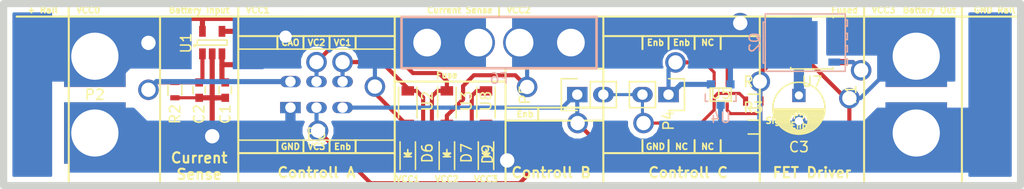
<source format=kicad_pcb>
(kicad_pcb (version 4) (host pcbnew 4.0.4+e1-6308~48~ubuntu16.04.1-stable)

  (general
    (links 54)
    (no_connects 0)
    (area 50.449999 46.015 150.210001 68.930001)
    (thickness 1.6)
    (drawings 75)
    (tracks 187)
    (zones 0)
    (modules 24)
    (nets 15)
  )

  (page A4)
  (layers
    (0 F.Cu signal)
    (31 B.Cu signal)
    (32 B.Adhes user)
    (33 F.Adhes user)
    (34 B.Paste user hide)
    (35 F.Paste user)
    (36 B.SilkS user hide)
    (37 F.SilkS user)
    (38 B.Mask user)
    (39 F.Mask user hide)
    (40 Dwgs.User user)
    (41 Cmts.User user)
    (42 Eco1.User user)
    (43 Eco2.User user)
    (44 Edge.Cuts user)
    (45 Margin user)
    (46 B.CrtYd user)
    (47 F.CrtYd user)
    (48 B.Fab user hide)
    (49 F.Fab user hide)
  )

  (setup
    (last_trace_width 0.25)
    (user_trace_width 0.3)
    (user_trace_width 0.4)
    (user_trace_width 0.5)
    (user_trace_width 0.6)
    (user_trace_width 1)
    (user_trace_width 2)
    (user_trace_width 3)
    (user_trace_width 4)
    (trace_clearance 0.2)
    (zone_clearance 0.508)
    (zone_45_only no)
    (trace_min 0.2)
    (segment_width 0.2)
    (edge_width 0.7)
    (via_size 2)
    (via_drill 1.4)
    (via_min_size 0.4)
    (via_min_drill 0.3)
    (uvia_size 0.3)
    (uvia_drill 0.1)
    (uvias_allowed no)
    (uvia_min_size 0.2)
    (uvia_min_drill 0.1)
    (pcb_text_width 0.3)
    (pcb_text_size 1.5 1.5)
    (mod_edge_width 0.15)
    (mod_text_size 1 1)
    (mod_text_width 0.15)
    (pad_size 1.5 2)
    (pad_drill 1.016)
    (pad_to_mask_clearance 0.2)
    (aux_axis_origin 0 0)
    (visible_elements 7FFFEFFF)
    (pcbplotparams
      (layerselection 0x01000_80000001)
      (usegerberextensions false)
      (excludeedgelayer true)
      (linewidth 0.100000)
      (plotframeref false)
      (viasonmask false)
      (mode 1)
      (useauxorigin false)
      (hpglpennumber 1)
      (hpglpenspeed 20)
      (hpglpendiameter 15)
      (hpglpenoverlay 2)
      (psnegative false)
      (psa4output false)
      (plotreference true)
      (plotvalue true)
      (plotinvisibletext false)
      (padsonsilk false)
      (subtractmaskfromsilk false)
      (outputformat 1)
      (mirror false)
      (drillshape 0)
      (scaleselection 1)
      (outputdirectory /media/mdh/KINGSTON/))
  )

  (net 0 "")
  (net 1 /channel/in+)
  (net 2 /channel/GND)
  (net 3 /channel/current_sensor/sense)
  (net 4 /channel/kill_sw/in+)
  (net 5 /channel/fuse/enabled1_3.3v)
  (net 6 /channel/fuse/enabled2_3.3v)
  (net 7 /channel/kill_sw/enabled2_3.3v)
  (net 8 /channel/fuse/in+)
  (net 9 /channel/out+)
  (net 10 "Net-(Q2-Pad4)")
  (net 11 /channel/kill_sw/enable)
  (net 12 "Net-(P4-Pad2)")
  (net 13 "Net-(P4-Pad1)")
  (net 14 "Net-(U5-Pad4)")

  (net_class Default "This is the default net class."
    (clearance 0.2)
    (trace_width 0.25)
    (via_dia 2)
    (via_drill 1.4)
    (uvia_dia 0.3)
    (uvia_drill 0.1)
    (add_net /channel/GND)
    (add_net /channel/current_sensor/sense)
    (add_net /channel/fuse/enabled1_3.3v)
    (add_net /channel/fuse/enabled2_3.3v)
    (add_net /channel/fuse/in+)
    (add_net /channel/in+)
    (add_net /channel/kill_sw/enable)
    (add_net /channel/kill_sw/enabled2_3.3v)
    (add_net /channel/kill_sw/in+)
    (add_net /channel/out+)
    (add_net "Net-(P4-Pad1)")
    (add_net "Net-(P4-Pad2)")
    (add_net "Net-(Q2-Pad4)")
    (add_net "Net-(U5-Pad4)")
  )

  (module Capacitors_ThroughHole:C_Radial_D5_L6_P2.5 (layer F.Cu) (tedit 0) (tstamp 5825B64D)
    (at 128.27 59.77 270)
    (descr "Radial Electrolytic Capacitor Diameter 5mm x Length 6mm, Pitch 2.5mm")
    (tags "Electrolytic Capacitor")
    (path /581FE101/581FE98D/5825B68F)
    (fp_text reference C3 (at 5.04 0 360) (layer F.SilkS)
      (effects (font (size 1 1) (thickness 0.15)))
    )
    (fp_text value CP (at 1.25 3.8 270) (layer F.Fab)
      (effects (font (size 1 1) (thickness 0.15)))
    )
    (fp_line (start 1.325 -2.499) (end 1.325 2.499) (layer F.SilkS) (width 0.15))
    (fp_line (start 1.465 -2.491) (end 1.465 2.491) (layer F.SilkS) (width 0.15))
    (fp_line (start 1.605 -2.475) (end 1.605 -0.095) (layer F.SilkS) (width 0.15))
    (fp_line (start 1.605 0.095) (end 1.605 2.475) (layer F.SilkS) (width 0.15))
    (fp_line (start 1.745 -2.451) (end 1.745 -0.49) (layer F.SilkS) (width 0.15))
    (fp_line (start 1.745 0.49) (end 1.745 2.451) (layer F.SilkS) (width 0.15))
    (fp_line (start 1.885 -2.418) (end 1.885 -0.657) (layer F.SilkS) (width 0.15))
    (fp_line (start 1.885 0.657) (end 1.885 2.418) (layer F.SilkS) (width 0.15))
    (fp_line (start 2.025 -2.377) (end 2.025 -0.764) (layer F.SilkS) (width 0.15))
    (fp_line (start 2.025 0.764) (end 2.025 2.377) (layer F.SilkS) (width 0.15))
    (fp_line (start 2.165 -2.327) (end 2.165 -0.835) (layer F.SilkS) (width 0.15))
    (fp_line (start 2.165 0.835) (end 2.165 2.327) (layer F.SilkS) (width 0.15))
    (fp_line (start 2.305 -2.266) (end 2.305 -0.879) (layer F.SilkS) (width 0.15))
    (fp_line (start 2.305 0.879) (end 2.305 2.266) (layer F.SilkS) (width 0.15))
    (fp_line (start 2.445 -2.196) (end 2.445 -0.898) (layer F.SilkS) (width 0.15))
    (fp_line (start 2.445 0.898) (end 2.445 2.196) (layer F.SilkS) (width 0.15))
    (fp_line (start 2.585 -2.114) (end 2.585 -0.896) (layer F.SilkS) (width 0.15))
    (fp_line (start 2.585 0.896) (end 2.585 2.114) (layer F.SilkS) (width 0.15))
    (fp_line (start 2.725 -2.019) (end 2.725 -0.871) (layer F.SilkS) (width 0.15))
    (fp_line (start 2.725 0.871) (end 2.725 2.019) (layer F.SilkS) (width 0.15))
    (fp_line (start 2.865 -1.908) (end 2.865 -0.823) (layer F.SilkS) (width 0.15))
    (fp_line (start 2.865 0.823) (end 2.865 1.908) (layer F.SilkS) (width 0.15))
    (fp_line (start 3.005 -1.78) (end 3.005 -0.745) (layer F.SilkS) (width 0.15))
    (fp_line (start 3.005 0.745) (end 3.005 1.78) (layer F.SilkS) (width 0.15))
    (fp_line (start 3.145 -1.631) (end 3.145 -0.628) (layer F.SilkS) (width 0.15))
    (fp_line (start 3.145 0.628) (end 3.145 1.631) (layer F.SilkS) (width 0.15))
    (fp_line (start 3.285 -1.452) (end 3.285 -0.44) (layer F.SilkS) (width 0.15))
    (fp_line (start 3.285 0.44) (end 3.285 1.452) (layer F.SilkS) (width 0.15))
    (fp_line (start 3.425 -1.233) (end 3.425 1.233) (layer F.SilkS) (width 0.15))
    (fp_line (start 3.565 -0.944) (end 3.565 0.944) (layer F.SilkS) (width 0.15))
    (fp_line (start 3.705 -0.472) (end 3.705 0.472) (layer F.SilkS) (width 0.15))
    (fp_circle (center 2.5 0) (end 2.5 -0.9) (layer F.SilkS) (width 0.15))
    (fp_circle (center 1.25 0) (end 1.25 -2.5375) (layer F.SilkS) (width 0.15))
    (fp_circle (center 1.25 0) (end 1.25 -2.8) (layer F.CrtYd) (width 0.05))
    (pad 1 thru_hole rect (at 0 0 270) (size 1.3 1.3) (drill 0.8) (layers *.Cu *.Mask)
      (net 4 /channel/kill_sw/in+))
    (pad 2 thru_hole circle (at 2.5 0 270) (size 1.3 1.3) (drill 0.8) (layers *.Cu *.Mask)
      (net 2 /channel/GND))
    (model Capacitors_ThroughHole.3dshapes/C_Radial_D5_L6_P2.5.wrl
      (at (xyz 0.0492126 0 0))
      (scale (xyz 1 1 1))
      (rotate (xyz 0 0 90))
    )
  )

  (module Housings_SOIC:SOIC-8_3.9x4.9mm_Pitch1.27mm (layer F.Cu) (tedit 54130A77) (tstamp 581F543B)
    (at 129.54 54.61)
    (descr "8-Lead Plastic Small Outline (SN) - Narrow, 3.90 mm Body [SOIC] (see Microchip Packaging Specification 00000049BS.pdf)")
    (tags "SOIC 1.27")
    (path /581FE101/581FE98D/581F4598)
    (attr smd)
    (fp_text reference U7 (at 0 3.81) (layer F.SilkS)
      (effects (font (size 1 1) (thickness 0.15)))
    )
    (fp_text value MIC5014 (at 0 3.5) (layer F.Fab)
      (effects (font (size 1 1) (thickness 0.15)))
    )
    (fp_line (start -0.95 -2.45) (end 1.95 -2.45) (layer F.Fab) (width 0.15))
    (fp_line (start 1.95 -2.45) (end 1.95 2.45) (layer F.Fab) (width 0.15))
    (fp_line (start 1.95 2.45) (end -1.95 2.45) (layer F.Fab) (width 0.15))
    (fp_line (start -1.95 2.45) (end -1.95 -1.45) (layer F.Fab) (width 0.15))
    (fp_line (start -1.95 -1.45) (end -0.95 -2.45) (layer F.Fab) (width 0.15))
    (fp_line (start -3.75 -2.75) (end -3.75 2.75) (layer F.CrtYd) (width 0.05))
    (fp_line (start 3.75 -2.75) (end 3.75 2.75) (layer F.CrtYd) (width 0.05))
    (fp_line (start -3.75 -2.75) (end 3.75 -2.75) (layer F.CrtYd) (width 0.05))
    (fp_line (start -3.75 2.75) (end 3.75 2.75) (layer F.CrtYd) (width 0.05))
    (fp_line (start -2.075 -2.575) (end -2.075 -2.525) (layer F.SilkS) (width 0.15))
    (fp_line (start 2.075 -2.575) (end 2.075 -2.43) (layer F.SilkS) (width 0.15))
    (fp_line (start 2.075 2.575) (end 2.075 2.43) (layer F.SilkS) (width 0.15))
    (fp_line (start -2.075 2.575) (end -2.075 2.43) (layer F.SilkS) (width 0.15))
    (fp_line (start -2.075 -2.575) (end 2.075 -2.575) (layer F.SilkS) (width 0.15))
    (fp_line (start -2.075 2.575) (end 2.075 2.575) (layer F.SilkS) (width 0.15))
    (fp_line (start -2.075 -2.525) (end -3.475 -2.525) (layer F.SilkS) (width 0.15))
    (pad 1 smd rect (at -2.7 -1.905) (size 1.55 0.6) (layers F.Cu F.Paste F.Mask)
      (net 4 /channel/kill_sw/in+))
    (pad 2 smd rect (at -2.7 -0.635) (size 1.55 0.6) (layers F.Cu F.Paste F.Mask)
      (net 14 "Net-(U5-Pad4)"))
    (pad 3 smd rect (at -2.7 0.635) (size 1.55 0.6) (layers F.Cu F.Paste F.Mask)
      (net 9 /channel/out+))
    (pad 4 smd rect (at -2.7 1.905) (size 1.55 0.6) (layers F.Cu F.Paste F.Mask)
      (net 2 /channel/GND))
    (pad 5 smd rect (at 2.7 1.905) (size 1.55 0.6) (layers F.Cu F.Paste F.Mask)
      (net 10 "Net-(Q2-Pad4)"))
    (pad 6 smd rect (at 2.7 0.635) (size 1.55 0.6) (layers F.Cu F.Paste F.Mask))
    (pad 7 smd rect (at 2.7 -0.635) (size 1.55 0.6) (layers F.Cu F.Paste F.Mask))
    (pad 8 smd rect (at 2.7 -1.905) (size 1.55 0.6) (layers F.Cu F.Paste F.Mask))
    (model Housings_SOIC.3dshapes/SOIC-8_3.9x4.9mm_Pitch1.27mm.wrl
      (at (xyz 0 0 0))
      (scale (xyz 1 1 1))
      (rotate (xyz 0 0 0))
    )
  )

  (module LEDs:LED_0805 (layer F.Cu) (tedit 55BDE1C2) (tstamp 581F53AE)
    (at 97.79 65.405 90)
    (descr "LED 0805 smd package")
    (tags "LED 0805 SMD")
    (path /581FE101/581FE98D/581F591A)
    (attr smd)
    (fp_text reference D9 (at -0.1 0.15 90) (layer F.SilkS)
      (effects (font (size 1 1) (thickness 0.15)))
    )
    (fp_text value LED (at 0 1.75 90) (layer F.Fab)
      (effects (font (size 1 1) (thickness 0.15)))
    )
    (fp_line (start -0.4 -0.3) (end -0.4 0.3) (layer F.Fab) (width 0.15))
    (fp_line (start -0.3 0) (end 0 -0.3) (layer F.Fab) (width 0.15))
    (fp_line (start 0 0.3) (end -0.3 0) (layer F.Fab) (width 0.15))
    (fp_line (start 0 -0.3) (end 0 0.3) (layer F.Fab) (width 0.15))
    (fp_line (start 1 -0.6) (end -1 -0.6) (layer F.Fab) (width 0.15))
    (fp_line (start 1 0.6) (end 1 -0.6) (layer F.Fab) (width 0.15))
    (fp_line (start -1 0.6) (end 1 0.6) (layer F.Fab) (width 0.15))
    (fp_line (start -1 -0.6) (end -1 0.6) (layer F.Fab) (width 0.15))
    (fp_line (start -1.6 0.75) (end 1.1 0.75) (layer F.SilkS) (width 0.15))
    (fp_line (start -1.6 -0.75) (end 1.1 -0.75) (layer F.SilkS) (width 0.15))
    (fp_line (start -0.1 0.15) (end -0.1 -0.1) (layer F.SilkS) (width 0.15))
    (fp_line (start -0.1 -0.1) (end -0.25 0.05) (layer F.SilkS) (width 0.15))
    (fp_line (start -0.35 -0.35) (end -0.35 0.35) (layer F.SilkS) (width 0.15))
    (fp_line (start 0 0) (end 0.35 0) (layer F.SilkS) (width 0.15))
    (fp_line (start -0.35 0) (end 0 -0.35) (layer F.SilkS) (width 0.15))
    (fp_line (start 0 -0.35) (end 0 0.35) (layer F.SilkS) (width 0.15))
    (fp_line (start 0 0.35) (end -0.35 0) (layer F.SilkS) (width 0.15))
    (fp_line (start 1.9 -0.95) (end 1.9 0.95) (layer F.CrtYd) (width 0.05))
    (fp_line (start 1.9 0.95) (end -1.9 0.95) (layer F.CrtYd) (width 0.05))
    (fp_line (start -1.9 0.95) (end -1.9 -0.95) (layer F.CrtYd) (width 0.05))
    (fp_line (start -1.9 -0.95) (end 1.9 -0.95) (layer F.CrtYd) (width 0.05))
    (pad 2 smd rect (at 1.04902 0 270) (size 1.19888 1.19888) (layers F.Cu F.Paste F.Mask)
      (net 7 /channel/kill_sw/enabled2_3.3v))
    (pad 1 smd rect (at -1.04902 0 270) (size 1.19888 1.19888) (layers F.Cu F.Paste F.Mask)
      (net 2 /channel/GND))
    (model LEDs.3dshapes/LED_0805.wrl
      (at (xyz 0 0 0))
      (scale (xyz 1 1 1))
      (rotate (xyz 0 0 0))
    )
  )

  (module Diodes_SMD:SOD-123 (layer F.Cu) (tedit 5753A53E) (tstamp 581F5441)
    (at 97.79 60.96 270)
    (descr SOD-123)
    (tags SOD-123)
    (path /581FE101/581FE98D/581F58D3)
    (attr smd)
    (fp_text reference U8 (at -0.635 0 270) (layer F.SilkS)
      (effects (font (size 1 1) (thickness 0.15)))
    )
    (fp_text value NSI45020AT1G (at 0 2.1 270) (layer F.Fab)
      (effects (font (size 1 1) (thickness 0.15)))
    )
    (fp_line (start 0.25 0) (end 0.75 0) (layer F.Fab) (width 0.15))
    (fp_line (start 0.25 0.4) (end -0.35 0) (layer F.Fab) (width 0.15))
    (fp_line (start 0.25 -0.4) (end 0.25 0.4) (layer F.Fab) (width 0.15))
    (fp_line (start -0.35 0) (end 0.25 -0.4) (layer F.Fab) (width 0.15))
    (fp_line (start -0.35 0) (end -0.35 0.55) (layer F.Fab) (width 0.15))
    (fp_line (start -0.35 0) (end -0.35 -0.55) (layer F.Fab) (width 0.15))
    (fp_line (start -0.75 0) (end -0.35 0) (layer F.Fab) (width 0.15))
    (fp_line (start -1.35 0.8) (end -1.35 -0.8) (layer F.Fab) (width 0.15))
    (fp_line (start 1.35 0.8) (end -1.35 0.8) (layer F.Fab) (width 0.15))
    (fp_line (start 1.35 -0.8) (end 1.35 0.8) (layer F.Fab) (width 0.15))
    (fp_line (start -1.35 -0.8) (end 1.35 -0.8) (layer F.Fab) (width 0.15))
    (fp_line (start -2.25 -1.05) (end 2.25 -1.05) (layer F.CrtYd) (width 0.05))
    (fp_line (start 2.25 -1.05) (end 2.25 1.05) (layer F.CrtYd) (width 0.05))
    (fp_line (start 2.25 1.05) (end -2.25 1.05) (layer F.CrtYd) (width 0.05))
    (fp_line (start -2.25 -1.05) (end -2.25 1.05) (layer F.CrtYd) (width 0.05))
    (fp_line (start -2 0.9) (end 1 0.9) (layer F.SilkS) (width 0.15))
    (fp_line (start -2 -0.9) (end 1 -0.9) (layer F.SilkS) (width 0.15))
    (pad 1 smd rect (at -1.635 0 270) (size 0.91 1.22) (layers F.Cu F.Paste F.Mask)
      (net 7 /channel/kill_sw/enabled2_3.3v))
    (pad 2 smd rect (at 1.635 0 270) (size 0.91 1.22) (layers F.Cu F.Paste F.Mask)
      (net 9 /channel/out+))
    (model ${KISYS3DMOD}/Diodes_SMD.3dshapes/SOD-123.wrl
      (at (xyz 0 0 0))
      (scale (xyz 1 1 1))
      (rotate (xyz 0 0 0))
    )
  )

  (module Diodes_SMD:SOD-123 (layer F.Cu) (tedit 5753A53E) (tstamp 581F5419)
    (at 93.98 60.96 270)
    (descr SOD-123)
    (tags SOD-123)
    (path /581FE101/581FE96C/581F336B)
    (attr smd)
    (fp_text reference U3 (at -0.635 -1.905 270) (layer F.SilkS)
      (effects (font (size 1 1) (thickness 0.15)))
    )
    (fp_text value NSI45020AT1G (at 0 2.1 270) (layer F.Fab)
      (effects (font (size 1 1) (thickness 0.15)))
    )
    (fp_line (start 0.25 0) (end 0.75 0) (layer F.Fab) (width 0.15))
    (fp_line (start 0.25 0.4) (end -0.35 0) (layer F.Fab) (width 0.15))
    (fp_line (start 0.25 -0.4) (end 0.25 0.4) (layer F.Fab) (width 0.15))
    (fp_line (start -0.35 0) (end 0.25 -0.4) (layer F.Fab) (width 0.15))
    (fp_line (start -0.35 0) (end -0.35 0.55) (layer F.Fab) (width 0.15))
    (fp_line (start -0.35 0) (end -0.35 -0.55) (layer F.Fab) (width 0.15))
    (fp_line (start -0.75 0) (end -0.35 0) (layer F.Fab) (width 0.15))
    (fp_line (start -1.35 0.8) (end -1.35 -0.8) (layer F.Fab) (width 0.15))
    (fp_line (start 1.35 0.8) (end -1.35 0.8) (layer F.Fab) (width 0.15))
    (fp_line (start 1.35 -0.8) (end 1.35 0.8) (layer F.Fab) (width 0.15))
    (fp_line (start -1.35 -0.8) (end 1.35 -0.8) (layer F.Fab) (width 0.15))
    (fp_line (start -2.25 -1.05) (end 2.25 -1.05) (layer F.CrtYd) (width 0.05))
    (fp_line (start 2.25 -1.05) (end 2.25 1.05) (layer F.CrtYd) (width 0.05))
    (fp_line (start 2.25 1.05) (end -2.25 1.05) (layer F.CrtYd) (width 0.05))
    (fp_line (start -2.25 -1.05) (end -2.25 1.05) (layer F.CrtYd) (width 0.05))
    (fp_line (start -2 0.9) (end 1 0.9) (layer F.SilkS) (width 0.15))
    (fp_line (start -2 -0.9) (end 1 -0.9) (layer F.SilkS) (width 0.15))
    (pad 1 smd rect (at -1.635 0 270) (size 0.91 1.22) (layers F.Cu F.Paste F.Mask)
      (net 6 /channel/fuse/enabled2_3.3v))
    (pad 2 smd rect (at 1.635 0 270) (size 0.91 1.22) (layers F.Cu F.Paste F.Mask)
      (net 4 /channel/kill_sw/in+))
    (model ${KISYS3DMOD}/Diodes_SMD.3dshapes/SOD-123.wrl
      (at (xyz 0 0 0))
      (scale (xyz 1 1 1))
      (rotate (xyz 0 0 0))
    )
  )

  (module LEDs:LED_0805 (layer F.Cu) (tedit 55BDE1C2) (tstamp 581F539C)
    (at 90.17 65.405 90)
    (descr "LED 0805 smd package")
    (tags "LED 0805 SMD")
    (path /581FE101/581FE96C/581F2A47)
    (attr smd)
    (fp_text reference D6 (at 0 1.905 90) (layer F.SilkS)
      (effects (font (size 1 1) (thickness 0.15)))
    )
    (fp_text value LED (at 0 1.75 90) (layer F.Fab)
      (effects (font (size 1 1) (thickness 0.15)))
    )
    (fp_line (start -0.4 -0.3) (end -0.4 0.3) (layer F.Fab) (width 0.15))
    (fp_line (start -0.3 0) (end 0 -0.3) (layer F.Fab) (width 0.15))
    (fp_line (start 0 0.3) (end -0.3 0) (layer F.Fab) (width 0.15))
    (fp_line (start 0 -0.3) (end 0 0.3) (layer F.Fab) (width 0.15))
    (fp_line (start 1 -0.6) (end -1 -0.6) (layer F.Fab) (width 0.15))
    (fp_line (start 1 0.6) (end 1 -0.6) (layer F.Fab) (width 0.15))
    (fp_line (start -1 0.6) (end 1 0.6) (layer F.Fab) (width 0.15))
    (fp_line (start -1 -0.6) (end -1 0.6) (layer F.Fab) (width 0.15))
    (fp_line (start -1.6 0.75) (end 1.1 0.75) (layer F.SilkS) (width 0.15))
    (fp_line (start -1.6 -0.75) (end 1.1 -0.75) (layer F.SilkS) (width 0.15))
    (fp_line (start -0.1 0.15) (end -0.1 -0.1) (layer F.SilkS) (width 0.15))
    (fp_line (start -0.1 -0.1) (end -0.25 0.05) (layer F.SilkS) (width 0.15))
    (fp_line (start -0.35 -0.35) (end -0.35 0.35) (layer F.SilkS) (width 0.15))
    (fp_line (start 0 0) (end 0.35 0) (layer F.SilkS) (width 0.15))
    (fp_line (start -0.35 0) (end 0 -0.35) (layer F.SilkS) (width 0.15))
    (fp_line (start 0 -0.35) (end 0 0.35) (layer F.SilkS) (width 0.15))
    (fp_line (start 0 0.35) (end -0.35 0) (layer F.SilkS) (width 0.15))
    (fp_line (start 1.9 -0.95) (end 1.9 0.95) (layer F.CrtYd) (width 0.05))
    (fp_line (start 1.9 0.95) (end -1.9 0.95) (layer F.CrtYd) (width 0.05))
    (fp_line (start -1.9 0.95) (end -1.9 -0.95) (layer F.CrtYd) (width 0.05))
    (fp_line (start -1.9 -0.95) (end 1.9 -0.95) (layer F.CrtYd) (width 0.05))
    (pad 2 smd rect (at 1.04902 0 270) (size 1.19888 1.19888) (layers F.Cu F.Paste F.Mask)
      (net 5 /channel/fuse/enabled1_3.3v))
    (pad 1 smd rect (at -1.04902 0 270) (size 1.19888 1.19888) (layers F.Cu F.Paste F.Mask)
      (net 2 /channel/GND))
    (model LEDs.3dshapes/LED_0805.wrl
      (at (xyz 0 0 0))
      (scale (xyz 1 1 1))
      (rotate (xyz 0 0 0))
    )
  )

  (module LEDs:LED_0805 (layer F.Cu) (tedit 55BDE1C2) (tstamp 581F53A2)
    (at 93.98 65.405 90)
    (descr "LED 0805 smd package")
    (tags "LED 0805 SMD")
    (path /581FE101/581FE96C/581F2A80)
    (attr smd)
    (fp_text reference D7 (at 0 1.905 90) (layer F.SilkS)
      (effects (font (size 1 1) (thickness 0.15)))
    )
    (fp_text value LED (at 0 1.75 90) (layer F.Fab)
      (effects (font (size 1 1) (thickness 0.15)))
    )
    (fp_line (start -0.4 -0.3) (end -0.4 0.3) (layer F.Fab) (width 0.15))
    (fp_line (start -0.3 0) (end 0 -0.3) (layer F.Fab) (width 0.15))
    (fp_line (start 0 0.3) (end -0.3 0) (layer F.Fab) (width 0.15))
    (fp_line (start 0 -0.3) (end 0 0.3) (layer F.Fab) (width 0.15))
    (fp_line (start 1 -0.6) (end -1 -0.6) (layer F.Fab) (width 0.15))
    (fp_line (start 1 0.6) (end 1 -0.6) (layer F.Fab) (width 0.15))
    (fp_line (start -1 0.6) (end 1 0.6) (layer F.Fab) (width 0.15))
    (fp_line (start -1 -0.6) (end -1 0.6) (layer F.Fab) (width 0.15))
    (fp_line (start -1.6 0.75) (end 1.1 0.75) (layer F.SilkS) (width 0.15))
    (fp_line (start -1.6 -0.75) (end 1.1 -0.75) (layer F.SilkS) (width 0.15))
    (fp_line (start -0.1 0.15) (end -0.1 -0.1) (layer F.SilkS) (width 0.15))
    (fp_line (start -0.1 -0.1) (end -0.25 0.05) (layer F.SilkS) (width 0.15))
    (fp_line (start -0.35 -0.35) (end -0.35 0.35) (layer F.SilkS) (width 0.15))
    (fp_line (start 0 0) (end 0.35 0) (layer F.SilkS) (width 0.15))
    (fp_line (start -0.35 0) (end 0 -0.35) (layer F.SilkS) (width 0.15))
    (fp_line (start 0 -0.35) (end 0 0.35) (layer F.SilkS) (width 0.15))
    (fp_line (start 0 0.35) (end -0.35 0) (layer F.SilkS) (width 0.15))
    (fp_line (start 1.9 -0.95) (end 1.9 0.95) (layer F.CrtYd) (width 0.05))
    (fp_line (start 1.9 0.95) (end -1.9 0.95) (layer F.CrtYd) (width 0.05))
    (fp_line (start -1.9 0.95) (end -1.9 -0.95) (layer F.CrtYd) (width 0.05))
    (fp_line (start -1.9 -0.95) (end 1.9 -0.95) (layer F.CrtYd) (width 0.05))
    (pad 2 smd rect (at 1.04902 0 270) (size 1.19888 1.19888) (layers F.Cu F.Paste F.Mask)
      (net 6 /channel/fuse/enabled2_3.3v))
    (pad 1 smd rect (at -1.04902 0 270) (size 1.19888 1.19888) (layers F.Cu F.Paste F.Mask)
      (net 2 /channel/GND))
    (model LEDs.3dshapes/LED_0805.wrl
      (at (xyz 0 0 0))
      (scale (xyz 1 1 1))
      (rotate (xyz 0 0 0))
    )
  )

  (module TO_SOT_Packages_SMD:SOT-23-5 (layer F.Cu) (tedit 55360473) (tstamp 581F540D)
    (at 71.12 54.61 90)
    (descr "5-pin SOT23 package")
    (tags SOT-23-5)
    (path /581FE101/581FE959/581F380C)
    (attr smd)
    (fp_text reference U1 (at -0.05 -2.55 90) (layer F.SilkS)
      (effects (font (size 1 1) (thickness 0.15)))
    )
    (fp_text value INA169 (at -0.05 2.35 90) (layer F.Fab)
      (effects (font (size 1 1) (thickness 0.15)))
    )
    (fp_line (start -1.8 -1.6) (end 1.8 -1.6) (layer F.CrtYd) (width 0.05))
    (fp_line (start 1.8 -1.6) (end 1.8 1.6) (layer F.CrtYd) (width 0.05))
    (fp_line (start 1.8 1.6) (end -1.8 1.6) (layer F.CrtYd) (width 0.05))
    (fp_line (start -1.8 1.6) (end -1.8 -1.6) (layer F.CrtYd) (width 0.05))
    (fp_circle (center -0.3 -1.7) (end -0.2 -1.7) (layer F.SilkS) (width 0.15))
    (fp_line (start 0.25 -1.45) (end -0.25 -1.45) (layer F.SilkS) (width 0.15))
    (fp_line (start 0.25 1.45) (end 0.25 -1.45) (layer F.SilkS) (width 0.15))
    (fp_line (start -0.25 1.45) (end 0.25 1.45) (layer F.SilkS) (width 0.15))
    (fp_line (start -0.25 -1.45) (end -0.25 1.45) (layer F.SilkS) (width 0.15))
    (pad 1 smd rect (at -1.1 -0.95 90) (size 1.06 0.65) (layers F.Cu F.Paste F.Mask)
      (net 3 /channel/current_sensor/sense))
    (pad 2 smd rect (at -1.1 0 90) (size 1.06 0.65) (layers F.Cu F.Paste F.Mask)
      (net 2 /channel/GND))
    (pad 3 smd rect (at -1.1 0.95 90) (size 1.06 0.65) (layers F.Cu F.Paste F.Mask)
      (net 1 /channel/in+))
    (pad 4 smd rect (at 1.1 0.95 90) (size 1.06 0.65) (layers F.Cu F.Paste F.Mask)
      (net 8 /channel/fuse/in+))
    (pad 5 smd rect (at 1.1 -0.95 90) (size 1.06 0.65) (layers F.Cu F.Paste F.Mask)
      (net 1 /channel/in+))
    (model TO_SOT_Packages_SMD.3dshapes/SOT-23-5.wrl
      (at (xyz 0 0 0))
      (scale (xyz 1 1 1))
      (rotate (xyz 0 0 0))
    )
  )

  (module Diodes_SMD:SOD-123 (layer F.Cu) (tedit 5753A53E) (tstamp 581F5413)
    (at 90.17 60.96 270)
    (descr SOD-123)
    (tags SOD-123)
    (path /581FE101/581FE96C/581F329C)
    (attr smd)
    (fp_text reference U2 (at -0.635 -1.905 270) (layer F.SilkS)
      (effects (font (size 1 1) (thickness 0.15)))
    )
    (fp_text value NSI45020AT1G (at 0 2.1 270) (layer F.Fab)
      (effects (font (size 1 1) (thickness 0.15)))
    )
    (fp_line (start 0.25 0) (end 0.75 0) (layer F.Fab) (width 0.15))
    (fp_line (start 0.25 0.4) (end -0.35 0) (layer F.Fab) (width 0.15))
    (fp_line (start 0.25 -0.4) (end 0.25 0.4) (layer F.Fab) (width 0.15))
    (fp_line (start -0.35 0) (end 0.25 -0.4) (layer F.Fab) (width 0.15))
    (fp_line (start -0.35 0) (end -0.35 0.55) (layer F.Fab) (width 0.15))
    (fp_line (start -0.35 0) (end -0.35 -0.55) (layer F.Fab) (width 0.15))
    (fp_line (start -0.75 0) (end -0.35 0) (layer F.Fab) (width 0.15))
    (fp_line (start -1.35 0.8) (end -1.35 -0.8) (layer F.Fab) (width 0.15))
    (fp_line (start 1.35 0.8) (end -1.35 0.8) (layer F.Fab) (width 0.15))
    (fp_line (start 1.35 -0.8) (end 1.35 0.8) (layer F.Fab) (width 0.15))
    (fp_line (start -1.35 -0.8) (end 1.35 -0.8) (layer F.Fab) (width 0.15))
    (fp_line (start -2.25 -1.05) (end 2.25 -1.05) (layer F.CrtYd) (width 0.05))
    (fp_line (start 2.25 -1.05) (end 2.25 1.05) (layer F.CrtYd) (width 0.05))
    (fp_line (start 2.25 1.05) (end -2.25 1.05) (layer F.CrtYd) (width 0.05))
    (fp_line (start -2.25 -1.05) (end -2.25 1.05) (layer F.CrtYd) (width 0.05))
    (fp_line (start -2 0.9) (end 1 0.9) (layer F.SilkS) (width 0.15))
    (fp_line (start -2 -0.9) (end 1 -0.9) (layer F.SilkS) (width 0.15))
    (pad 1 smd rect (at -1.635 0 270) (size 0.91 1.22) (layers F.Cu F.Paste F.Mask)
      (net 5 /channel/fuse/enabled1_3.3v))
    (pad 2 smd rect (at 1.635 0 270) (size 0.91 1.22) (layers F.Cu F.Paste F.Mask)
      (net 8 /channel/fuse/in+))
    (model ${KISYS3DMOD}/Diodes_SMD.3dshapes/SOD-123.wrl
      (at (xyz 0 0 0))
      (scale (xyz 1 1 1))
      (rotate (xyz 0 0 0))
    )
  )

  (module TO_SOT_Packages_SMD:SOT-669_LFPAK (layer B.Cu) (tedit 54C6F638) (tstamp 58248B51)
    (at 128.89 54.61 270)
    (descr "LFPAK www.nxp.com/documents/leaflet/939775016838_LR.pdf")
    (tags "LFPAK SOT-669 Power-SO8")
    (path /581FE101/581FE98D/58248FB0)
    (attr smd)
    (fp_text reference Q2 (at 0 4.925 270) (layer B.SilkS)
      (effects (font (size 1 1) (thickness 0.15)) (justify mirror))
    )
    (fp_text value BUK9Y4R8-60E (at 0 -5.25 270) (layer B.Fab)
      (effects (font (size 1 1) (thickness 0.15)) (justify mirror))
    )
    (fp_line (start 2.95 4.25) (end 2.95 -4.25) (layer B.CrtYd) (width 0.05))
    (fp_line (start -2.95 -4.25) (end -2.95 4.25) (layer B.CrtYd) (width 0.05))
    (fp_line (start -2.95 -4.25) (end 2.95 -4.25) (layer B.CrtYd) (width 0.05))
    (fp_line (start -2.95 4.25) (end 2.95 4.25) (layer B.CrtYd) (width 0.05))
    (fp_line (start -2 3.9) (end -2 4.1) (layer B.SilkS) (width 0.15))
    (fp_line (start -2 4.1) (end 2 4.1) (layer B.SilkS) (width 0.15))
    (fp_line (start 2 4.1) (end 2 3.9) (layer B.SilkS) (width 0.15))
    (fp_line (start 1.6 -3.9) (end 1.6 -4.1) (layer B.SilkS) (width 0.15))
    (fp_line (start 1.6 -4.1) (end 2.2 -4.1) (layer B.SilkS) (width 0.15))
    (fp_line (start 2.2 -4.1) (end 2.2 -3.9) (layer B.SilkS) (width 0.15))
    (fp_line (start 0.3 -3.9) (end 0.3 -4.1) (layer B.SilkS) (width 0.15))
    (fp_line (start 0.3 -4.1) (end 0.9 -4.1) (layer B.SilkS) (width 0.15))
    (fp_line (start 0.9 -4.1) (end 0.9 -3.9) (layer B.SilkS) (width 0.15))
    (fp_line (start -0.9 -3.9) (end -0.9 -4.1) (layer B.SilkS) (width 0.15))
    (fp_line (start -0.9 -4.1) (end -0.3 -4.1) (layer B.SilkS) (width 0.15))
    (fp_line (start -0.3 -4.1) (end -0.3 -3.9) (layer B.SilkS) (width 0.15))
    (fp_line (start -2.2 -3.9) (end -2.2 -4.1) (layer B.SilkS) (width 0.15))
    (fp_line (start -2.2 -4.1) (end -1.6 -4.1) (layer B.SilkS) (width 0.15))
    (fp_line (start -1.6 -4.1) (end -1.6 -3.9) (layer B.SilkS) (width 0.15))
    (fp_line (start -2.8 3.9) (end 2.8 3.9) (layer B.SilkS) (width 0.15))
    (fp_line (start 2.8 3.9) (end 2.8 -3.9) (layer B.SilkS) (width 0.15))
    (fp_line (start 2.8 -3.9) (end -2.8 -3.9) (layer B.SilkS) (width 0.15))
    (fp_line (start -2.8 -3.9) (end -2.8 3.9) (layer B.SilkS) (width 0.15))
    (pad 7 smd rect (at -1.15 0.2 180) (size 0.6 0.9) (layers B.Paste))
    (pad 7 smd rect (at -1.15 -0.65 180) (size 0.6 0.9) (layers B.Paste))
    (pad 7 smd rect (at -1.15 1.05 180) (size 0.6 0.9) (layers B.Paste))
    (pad 7 smd rect (at 1.15 0.2 180) (size 0.6 0.9) (layers B.Paste))
    (pad 7 smd rect (at 1.15 -0.65 180) (size 0.6 0.9) (layers B.Paste))
    (pad 7 smd rect (at 1.15 1.05 180) (size 0.6 0.9) (layers B.Paste))
    (pad 7 smd rect (at 0 1.05 180) (size 0.6 0.9) (layers B.Paste))
    (pad 7 smd rect (at 0 -0.65 180) (size 0.6 0.9) (layers B.Paste))
    (pad 6 smd rect (at -1.875 2.9 270) (size 0.6 0.9) (layers B.Paste))
    (pad 6 smd rect (at 1.875 2.9 270) (size 0.6 0.9) (layers B.Paste))
    (pad 6 smd rect (at -0.6 2.9 270) (size 0.6 0.9) (layers B.Paste))
    (pad 2 smd rect (at -0.635 -2.825 270) (size 0.7 1.15) (layers B.Cu B.Paste B.Mask)
      (net 9 /channel/out+) (solder_mask_margin 0.075) (solder_paste_margin -0.05))
    (pad 1 smd rect (at -1.905 -2.825 270) (size 0.7 1.15) (layers B.Cu B.Paste B.Mask)
      (net 9 /channel/out+) (solder_mask_margin 0.075) (solder_paste_margin -0.05))
    (pad 3 smd rect (at 0.635 -2.825 270) (size 0.7 1.15) (layers B.Cu B.Paste B.Mask)
      (net 9 /channel/out+) (solder_mask_margin 0.075) (solder_paste_margin -0.05))
    (pad 5 smd rect (at 0 2.65 270) (size 4.7 1.55) (layers B.Cu B.Mask)
      (net 4 /channel/kill_sw/in+) (solder_mask_margin 0.075))
    (pad 5 smd rect (at 0 0.45 270) (size 4.2 3.3) (layers B.Cu B.Mask)
      (net 4 /channel/kill_sw/in+) (solder_mask_margin 0.075))
    (pad 4 smd rect (at 1.905 -2.825 270) (size 0.7 1.15) (layers B.Cu B.Paste B.Mask)
      (net 10 "Net-(Q2-Pad4)") (solder_mask_margin 0.075) (solder_paste_margin -0.05))
    (pad 6 smd rect (at 0.6 2.9 270) (size 0.6 0.9) (layers B.Paste))
    (pad 7 smd rect (at 0 0.2 180) (size 0.6 0.9) (layers B.Paste))
    (model TO_SOT_Packages_SMD.3dshapes/SOT-669_LFPAK.wrl
      (at (xyz 0 0 0))
      (scale (xyz 0.3937 0.3937 0.3937))
      (rotate (xyz 0 0 0))
    )
  )

  (module KiCad-Dev:XT60 (layer F.Cu) (tedit 581F53A9) (tstamp 58248F77)
    (at 59.69 59.69 90)
    (tags "XT60 conn")
    (path /581FE101/5820B780)
    (fp_text reference P2 (at 0 0 180) (layer F.SilkS)
      (effects (font (size 1 1) (thickness 0.15)))
    )
    (fp_text value CONN_XT60 (at 0.06 -5 90) (layer F.Fab)
      (effects (font (size 1 1) (thickness 0.15)))
    )
    (fp_line (start -8.25 2) (end -8.25 -2) (layer Dwgs.User) (width 0.15))
    (fp_line (start -8.25 2) (end -6.25 4) (layer Dwgs.User) (width 0.15))
    (fp_line (start -8.25 -2) (end -6.25 -4) (layer Dwgs.User) (width 0.15))
    (fp_line (start 7.75 4) (end -6.25 4) (layer Dwgs.User) (width 0.15))
    (fp_line (start -6.25 -4) (end 7.75 -4) (layer Dwgs.User) (width 0.15))
    (fp_line (start 7.75 4) (end 7.75 -4) (layer Dwgs.User) (width 0.15))
    (pad 1 thru_hole rect (at -3.75 0 90) (size 6 6) (drill 4.6) (layers *.Cu *.Mask)
      (net 2 /channel/GND))
    (pad 2 thru_hole rect (at 3.75 0 90) (size 6 6) (drill 4.6) (layers *.Cu *.Mask)
      (net 1 /channel/in+))
  )

  (module KiCad-Dev:SMD_1052_Metric (layer B.Cu) (tedit 582483FE) (tstamp 581F5731)
    (at 71.12 54.61 180)
    (path /581FE101/581FE959/581F3902)
    (fp_text reference R1 (at 0 5.08 180) (layer B.SilkS)
      (effects (font (size 1 1) (thickness 0.15)) (justify mirror))
    )
    (fp_text value R (at 0 7.62 180) (layer B.Fab)
      (effects (font (size 1 1) (thickness 0.15)) (justify mirror))
    )
    (fp_line (start -5.08 -2.54) (end -5.08 2.54) (layer Dwgs.User) (width 0.254))
    (fp_line (start 5 -2.54) (end -5 -2.54) (layer Dwgs.User) (width 0.254))
    (fp_line (start 5.08 2.54) (end 5.08 -2.54) (layer Dwgs.User) (width 0.254))
    (fp_line (start -5 2.54) (end 5 2.54) (layer Dwgs.User) (width 0.254))
    (pad 1 smd rect (at -3.5 0 180) (size 3 5.2) (layers B.Cu B.Paste B.Mask)
      (net 8 /channel/fuse/in+))
    (pad 2 smd rect (at 3.5 0 180) (size 3 5.2) (layers B.Cu B.Paste B.Mask)
      (net 1 /channel/in+))
  )

  (module Capacitors_SMD:C_0603 (layer F.Cu) (tedit 5415D631) (tstamp 58270820)
    (at 72.39 59.251086 270)
    (descr "Capacitor SMD 0603, reflow soldering, AVX (see smccp.pdf)")
    (tags "capacitor 0603")
    (path /581FE101/581FE959/581F3D4F)
    (attr smd)
    (fp_text reference C1 (at 2.343914 0 270) (layer F.SilkS)
      (effects (font (size 1 1) (thickness 0.15)))
    )
    (fp_text value C (at 0 1.9 270) (layer F.Fab)
      (effects (font (size 1 1) (thickness 0.15)))
    )
    (fp_line (start -0.8 0.4) (end -0.8 -0.4) (layer F.Fab) (width 0.15))
    (fp_line (start 0.8 0.4) (end -0.8 0.4) (layer F.Fab) (width 0.15))
    (fp_line (start 0.8 -0.4) (end 0.8 0.4) (layer F.Fab) (width 0.15))
    (fp_line (start -0.8 -0.4) (end 0.8 -0.4) (layer F.Fab) (width 0.15))
    (fp_line (start -1.45 -0.75) (end 1.45 -0.75) (layer F.CrtYd) (width 0.05))
    (fp_line (start -1.45 0.75) (end 1.45 0.75) (layer F.CrtYd) (width 0.05))
    (fp_line (start -1.45 -0.75) (end -1.45 0.75) (layer F.CrtYd) (width 0.05))
    (fp_line (start 1.45 -0.75) (end 1.45 0.75) (layer F.CrtYd) (width 0.05))
    (fp_line (start -0.35 -0.6) (end 0.35 -0.6) (layer F.SilkS) (width 0.15))
    (fp_line (start 0.35 0.6) (end -0.35 0.6) (layer F.SilkS) (width 0.15))
    (pad 1 smd rect (at -0.75 0 270) (size 0.8 0.75) (layers F.Cu F.Paste F.Mask)
      (net 1 /channel/in+))
    (pad 2 smd rect (at 0.75 0 270) (size 0.8 0.75) (layers F.Cu F.Paste F.Mask)
      (net 2 /channel/GND))
    (model Capacitors_SMD.3dshapes/C_0603.wrl
      (at (xyz 0 0 0))
      (scale (xyz 1 1 1))
      (rotate (xyz 0 0 0))
    )
  )

  (module Capacitors_SMD:C_0603 (layer F.Cu) (tedit 5415D631) (tstamp 58270825)
    (at 69.85 59.251086 270)
    (descr "Capacitor SMD 0603, reflow soldering, AVX (see smccp.pdf)")
    (tags "capacitor 0603")
    (path /581FE101/581FE959/581F3C78)
    (attr smd)
    (fp_text reference C2 (at 2.343914 0 270) (layer F.SilkS)
      (effects (font (size 1 1) (thickness 0.15)))
    )
    (fp_text value C (at 0 1.9 270) (layer F.Fab)
      (effects (font (size 1 1) (thickness 0.15)))
    )
    (fp_line (start -0.8 0.4) (end -0.8 -0.4) (layer F.Fab) (width 0.15))
    (fp_line (start 0.8 0.4) (end -0.8 0.4) (layer F.Fab) (width 0.15))
    (fp_line (start 0.8 -0.4) (end 0.8 0.4) (layer F.Fab) (width 0.15))
    (fp_line (start -0.8 -0.4) (end 0.8 -0.4) (layer F.Fab) (width 0.15))
    (fp_line (start -1.45 -0.75) (end 1.45 -0.75) (layer F.CrtYd) (width 0.05))
    (fp_line (start -1.45 0.75) (end 1.45 0.75) (layer F.CrtYd) (width 0.05))
    (fp_line (start -1.45 -0.75) (end -1.45 0.75) (layer F.CrtYd) (width 0.05))
    (fp_line (start 1.45 -0.75) (end 1.45 0.75) (layer F.CrtYd) (width 0.05))
    (fp_line (start -0.35 -0.6) (end 0.35 -0.6) (layer F.SilkS) (width 0.15))
    (fp_line (start 0.35 0.6) (end -0.35 0.6) (layer F.SilkS) (width 0.15))
    (pad 1 smd rect (at -0.75 0 270) (size 0.8 0.75) (layers F.Cu F.Paste F.Mask)
      (net 3 /channel/current_sensor/sense))
    (pad 2 smd rect (at 0.75 0 270) (size 0.8 0.75) (layers F.Cu F.Paste F.Mask)
      (net 2 /channel/GND))
    (model Capacitors_SMD.3dshapes/C_0603.wrl
      (at (xyz 0 0 0))
      (scale (xyz 1 1 1))
      (rotate (xyz 0 0 0))
    )
  )

  (module Resistors_SMD:R_0603 (layer F.Cu) (tedit 5415CC62) (tstamp 5827082A)
    (at 67.484392 59.251086 270)
    (descr "Resistor SMD 0603, reflow soldering, Vishay (see dcrcw.pdf)")
    (tags "resistor 0603")
    (path /581FE101/581FE959/581F39E8)
    (attr smd)
    (fp_text reference R2 (at 2.343914 -0.016108 270) (layer F.SilkS)
      (effects (font (size 1 1) (thickness 0.15)))
    )
    (fp_text value R (at 0 1.9 270) (layer F.Fab)
      (effects (font (size 1 1) (thickness 0.15)))
    )
    (fp_line (start -1.3 -0.8) (end 1.3 -0.8) (layer F.CrtYd) (width 0.05))
    (fp_line (start -1.3 0.8) (end 1.3 0.8) (layer F.CrtYd) (width 0.05))
    (fp_line (start -1.3 -0.8) (end -1.3 0.8) (layer F.CrtYd) (width 0.05))
    (fp_line (start 1.3 -0.8) (end 1.3 0.8) (layer F.CrtYd) (width 0.05))
    (fp_line (start 0.5 0.675) (end -0.5 0.675) (layer F.SilkS) (width 0.15))
    (fp_line (start -0.5 -0.675) (end 0.5 -0.675) (layer F.SilkS) (width 0.15))
    (pad 1 smd rect (at -0.75 0 270) (size 0.5 0.9) (layers F.Cu F.Paste F.Mask)
      (net 3 /channel/current_sensor/sense))
    (pad 2 smd rect (at 0.75 0 270) (size 0.5 0.9) (layers F.Cu F.Paste F.Mask)
      (net 2 /channel/GND))
    (model Resistors_SMD.3dshapes/R_0603.wrl
      (at (xyz 0 0 0))
      (scale (xyz 1 1 1))
      (rotate (xyz 0 0 0))
    )
  )

  (module KiCad-Dev:XT60 (layer F.Cu) (tedit 581F53A9) (tstamp 582ACD46)
    (at 139.7 59.69 90)
    (tags "XT60 conn")
    (path /581FE101/5820B578)
    (fp_text reference P1 (at 0 -6.35 90) (layer F.SilkS)
      (effects (font (size 1 1) (thickness 0.15)))
    )
    (fp_text value CONN_XT60 (at 0.06 -5 90) (layer F.Fab)
      (effects (font (size 1 1) (thickness 0.15)))
    )
    (fp_line (start -8.25 2) (end -8.25 -2) (layer Dwgs.User) (width 0.15))
    (fp_line (start -8.25 2) (end -6.25 4) (layer Dwgs.User) (width 0.15))
    (fp_line (start -8.25 -2) (end -6.25 -4) (layer Dwgs.User) (width 0.15))
    (fp_line (start 7.75 4) (end -6.25 4) (layer Dwgs.User) (width 0.15))
    (fp_line (start -6.25 -4) (end 7.75 -4) (layer Dwgs.User) (width 0.15))
    (fp_line (start 7.75 4) (end 7.75 -4) (layer Dwgs.User) (width 0.15))
    (pad 1 thru_hole rect (at -3.75 0 90) (size 6 6) (drill 4.6) (layers *.Cu *.Mask)
      (net 2 /channel/GND))
    (pad 2 thru_hole rect (at 3.75 0 90) (size 6 6) (drill 4.6) (layers *.Cu *.Mask)
      (net 9 /channel/out+))
  )

  (module Pin_Headers:Pin_Header_Straight_1x02 (layer F.Cu) (tedit 582AD341) (tstamp 582ACD55)
    (at 106.68 59.69 90)
    (descr "Through hole pin header")
    (tags "pin header")
    (path /581FE101/581FE98D/582ADB70)
    (fp_text reference P5 (at 0 -5.1 90) (layer F.SilkS)
      (effects (font (size 1 1) (thickness 0.15)))
    )
    (fp_text value CONN_01X02 (at 0 -3.1 90) (layer F.Fab)
      (effects (font (size 1 1) (thickness 0.15)))
    )
    (fp_line (start 1.27 1.27) (end 1.27 3.81) (layer F.SilkS) (width 0.15))
    (fp_line (start 1.55 -1.55) (end 1.55 0) (layer F.SilkS) (width 0.15))
    (fp_line (start -1.75 -1.75) (end -1.75 4.3) (layer F.CrtYd) (width 0.05))
    (fp_line (start 1.75 -1.75) (end 1.75 4.3) (layer F.CrtYd) (width 0.05))
    (fp_line (start -1.75 -1.75) (end 1.75 -1.75) (layer F.CrtYd) (width 0.05))
    (fp_line (start -1.75 4.3) (end 1.75 4.3) (layer F.CrtYd) (width 0.05))
    (fp_line (start 1.27 1.27) (end -1.27 1.27) (layer F.SilkS) (width 0.15))
    (fp_line (start -1.55 0) (end -1.55 -1.55) (layer F.SilkS) (width 0.15))
    (fp_line (start -1.55 -1.55) (end 1.55 -1.55) (layer F.SilkS) (width 0.15))
    (fp_line (start -1.27 1.27) (end -1.27 3.81) (layer F.SilkS) (width 0.15))
    (fp_line (start -1.27 3.81) (end 1.27 3.81) (layer F.SilkS) (width 0.15))
    (pad 1 thru_hole rect (at 0 0 90) (size 1.5 2) (drill 1.016) (layers *.Cu *.Mask)
      (net 11 /channel/kill_sw/enable))
    (pad 2 thru_hole oval (at 0 2.54 90) (size 1.5 2) (drill 1.016) (layers *.Cu *.Mask)
      (net 12 "Net-(P4-Pad2)"))
    (model Pin_Headers.3dshapes/Pin_Header_Straight_1x02.wrl
      (at (xyz 0 -0.05 0))
      (scale (xyz 1 1 1))
      (rotate (xyz 0 0 90))
    )
  )

  (module TO_SOT_Packages_SMD:SOT-23 (layer B.Cu) (tedit 553634F8) (tstamp 582ACD6C)
    (at 120.65 59.69)
    (descr "SOT-23, Standard")
    (tags SOT-23)
    (path /581FE101/581FE98D/582AF2F2)
    (attr smd)
    (fp_text reference U4 (at 0 2.25) (layer B.SilkS)
      (effects (font (size 1 1) (thickness 0.15)) (justify mirror))
    )
    (fp_text value LM3480-3.3 (at 0 -2.3) (layer B.Fab)
      (effects (font (size 1 1) (thickness 0.15)) (justify mirror))
    )
    (fp_line (start -1.65 1.6) (end 1.65 1.6) (layer B.CrtYd) (width 0.05))
    (fp_line (start 1.65 1.6) (end 1.65 -1.6) (layer B.CrtYd) (width 0.05))
    (fp_line (start 1.65 -1.6) (end -1.65 -1.6) (layer B.CrtYd) (width 0.05))
    (fp_line (start -1.65 -1.6) (end -1.65 1.6) (layer B.CrtYd) (width 0.05))
    (fp_line (start 1.29916 0.65024) (end 1.2509 0.65024) (layer B.SilkS) (width 0.15))
    (fp_line (start -1.49982 -0.0508) (end -1.49982 0.65024) (layer B.SilkS) (width 0.15))
    (fp_line (start -1.49982 0.65024) (end -1.2509 0.65024) (layer B.SilkS) (width 0.15))
    (fp_line (start 1.29916 0.65024) (end 1.49982 0.65024) (layer B.SilkS) (width 0.15))
    (fp_line (start 1.49982 0.65024) (end 1.49982 -0.0508) (layer B.SilkS) (width 0.15))
    (pad 1 smd rect (at -0.95 -1.00076) (size 0.8001 0.8001) (layers B.Cu B.Paste B.Mask)
      (net 13 "Net-(P4-Pad1)"))
    (pad 2 smd rect (at 0.95 -1.00076) (size 0.8001 0.8001) (layers B.Cu B.Paste B.Mask)
      (net 4 /channel/kill_sw/in+))
    (pad 3 smd rect (at 0 0.99822) (size 0.8001 0.8001) (layers B.Cu B.Paste B.Mask)
      (net 2 /channel/GND))
    (model TO_SOT_Packages_SMD.3dshapes/SOT-23.wrl
      (at (xyz 0 0 0))
      (scale (xyz 1 1 1))
      (rotate (xyz 0 0 0))
    )
  )

  (module TO_SOT_Packages_SMD:SOT-353 (layer F.Cu) (tedit 0) (tstamp 582ACD75)
    (at 120.65 59.69 90)
    (descr SOT353)
    (path /581FE101/581FE98D/582ACE25)
    (attr smd)
    (fp_text reference U5 (at 0.09906 0 180) (layer F.SilkS)
      (effects (font (size 1 1) (thickness 0.15)))
    )
    (fp_text value 74LVC1G08 (at 0.09906 0 180) (layer F.Fab)
      (effects (font (size 1 1) (thickness 0.15)))
    )
    (fp_line (start 0.635 1.016) (end 0.635 -1.016) (layer F.SilkS) (width 0.15))
    (fp_line (start 0.635 -1.016) (end -0.635 -1.016) (layer F.SilkS) (width 0.15))
    (fp_line (start -0.635 -1.016) (end -0.635 1.016) (layer F.SilkS) (width 0.15))
    (fp_line (start -0.635 1.016) (end 0.635 1.016) (layer F.SilkS) (width 0.15))
    (pad 1 smd rect (at -1.016 -0.635 90) (size 0.508 0.3048) (layers F.Cu F.Paste F.Mask)
      (net 12 "Net-(P4-Pad2)"))
    (pad 3 smd rect (at -1.016 0.635 90) (size 0.508 0.3048) (layers F.Cu F.Paste F.Mask)
      (net 2 /channel/GND))
    (pad 5 smd rect (at 1.016 -0.635 90) (size 0.508 0.3048) (layers F.Cu F.Paste F.Mask)
      (net 13 "Net-(P4-Pad1)"))
    (pad 2 smd rect (at -1.016 0 90) (size 0.508 0.3048) (layers F.Cu F.Paste F.Mask)
      (net 11 /channel/kill_sw/enable))
    (pad 4 smd rect (at 1.016 0.635 90) (size 0.508 0.3048) (layers F.Cu F.Paste F.Mask)
      (net 14 "Net-(U5-Pad4)"))
    (model TO_SOT_Packages_SMD.3dshapes/SOT-353.wrl
      (at (xyz 0 0 0))
      (scale (xyz 0.07000000000000001 0.09 0.08))
      (rotate (xyz 0 0 90))
    )
  )

  (module KiCad-Dev:Fuseholder_test (layer B.Cu) (tedit 582AD03C) (tstamp 581F53D4)
    (at 99.06 54.61)
    (descr "Fuseholder, 5x20, open, horizontal, Type-II, lateral,")
    (tags "Fuseholder, 5x20, open, horizontal, Type-II, lateral, Sicherungshalter, offen,")
    (path /581FE101/581FE96C/581F29E4)
    (fp_text reference F6 (at 0 3.5) (layer B.SilkS)
      (effects (font (size 1 1) (thickness 0.15)) (justify mirror))
    )
    (fp_text value FUSE (at -3 3.5) (layer B.Fab)
      (effects (font (size 1 1) (thickness 0.15)) (justify mirror))
    )
    (fp_line (start 9.5 -2.5) (end -9.5 -2.5) (layer B.SilkS) (width 0.254))
    (fp_line (start 9.5 2.5) (end 9.5 -2.5) (layer B.SilkS) (width 0.254))
    (fp_line (start -9.5 2.5) (end 9.5 2.5) (layer B.SilkS) (width 0.254))
    (fp_line (start -9.5 -2.5) (end -9.5 2.5) (layer B.SilkS) (width 0.254))
    (pad 1 thru_hole circle (at -7 0) (size 4 4) (drill 2.7) (layers *.Cu *.Mask)
      (net 8 /channel/fuse/in+))
    (pad 1 thru_hole circle (at -2 0) (size 3.2 3.2) (drill 2.7) (layers *.Cu *.Mask)
      (net 8 /channel/fuse/in+))
    (pad 2 thru_hole circle (at 2 0) (size 3.2 3.2) (drill 2.7) (layers *.Cu *.Mask)
      (net 4 /channel/kill_sw/in+))
    (pad 2 thru_hole circle (at 7 0) (size 4 4) (drill 2.7) (layers *.Cu *.Mask)
      (net 4 /channel/kill_sw/in+))
  )

  (module KiCad-Dev:Pin_Header_Straight_2x03_box (layer F.Cu) (tedit 58299BDD) (tstamp 582AD2CE)
    (at 81.28 59.69 90)
    (descr "Through hole pin header")
    (tags "pin header")
    (path /581FE101/581FE983)
    (fp_text reference P3 (at -3.81 0 180) (layer F.SilkS)
      (effects (font (size 1 1) (thickness 0.15)))
    )
    (fp_text value CONN_02X03 (at 0 -8.89 90) (layer F.Fab)
      (effects (font (size 1 1) (thickness 0.15)))
    )
    (fp_line (start -4.445 7.62) (end 4.445 7.62) (layer F.SilkS) (width 0.15))
    (fp_line (start -4.445 -7.62) (end 4.445 -7.62) (layer F.SilkS) (width 0.15))
    (fp_line (start 4.445 7.62) (end 4.445 -7.62) (layer F.SilkS) (width 0.15))
    (fp_line (start -4.445 7.62) (end -4.445 -7.62) (layer F.SilkS) (width 0.15))
    (fp_line (start 4.445 7.62) (end 4.445 -7.62) (layer Dwgs.User) (width 0.15))
    (fp_line (start -4.445 7.62) (end -4.445 -7.62) (layer Dwgs.User) (width 0.15))
    (fp_line (start 4.445 -7.62) (end -4.445 -7.62) (layer Dwgs.User) (width 0.15))
    (fp_line (start 4.445 7.62) (end -4.445 7.62) (layer Dwgs.User) (width 0.15))
    (pad 1 thru_hole rect (at -1.27 -2.54 90) (size 1.1 2) (drill 1.016) (layers *.Cu *.Mask)
      (net 2 /channel/GND))
    (pad 2 thru_hole oval (at 1.27 -2.54 90) (size 1.1 2) (drill 1.016) (layers *.Cu *.Mask)
      (net 3 /channel/current_sensor/sense))
    (pad 3 thru_hole oval (at -1.27 0 90) (size 1.1 2) (drill 1.016) (layers *.Cu *.Mask)
      (net 7 /channel/kill_sw/enabled2_3.3v))
    (pad 4 thru_hole oval (at 1.27 0 90) (size 1.1 2) (drill 1.016) (layers *.Cu *.Mask)
      (net 6 /channel/fuse/enabled2_3.3v))
    (pad 5 thru_hole oval (at -1.27 2.54 90) (size 1.1 2) (drill 1.016) (layers *.Cu *.Mask)
      (net 11 /channel/kill_sw/enable))
    (pad 6 thru_hole oval (at 1.27 2.54 90) (size 1.1 2) (drill 1.016) (layers *.Cu *.Mask)
      (net 5 /channel/fuse/enabled1_3.3v))
  )

  (module Pin_Headers:Pin_Header_Straight_1x02 (layer F.Cu) (tedit 582AD352) (tstamp 582AD2D7)
    (at 115.57 59.69 270)
    (descr "Through hole pin header")
    (tags "pin header")
    (path /581FE101/581FE98D/582AD5E4)
    (fp_text reference P4 (at 2.54 0 270) (layer F.SilkS)
      (effects (font (size 1 1) (thickness 0.15)))
    )
    (fp_text value CONN_01X02 (at 0 -3.1 270) (layer F.Fab)
      (effects (font (size 1 1) (thickness 0.15)))
    )
    (fp_line (start 1.27 1.27) (end 1.27 3.81) (layer F.SilkS) (width 0.15))
    (fp_line (start 1.55 -1.55) (end 1.55 0) (layer F.SilkS) (width 0.15))
    (fp_line (start -1.75 -1.75) (end -1.75 4.3) (layer F.CrtYd) (width 0.05))
    (fp_line (start 1.75 -1.75) (end 1.75 4.3) (layer F.CrtYd) (width 0.05))
    (fp_line (start -1.75 -1.75) (end 1.75 -1.75) (layer F.CrtYd) (width 0.05))
    (fp_line (start -1.75 4.3) (end 1.75 4.3) (layer F.CrtYd) (width 0.05))
    (fp_line (start 1.27 1.27) (end -1.27 1.27) (layer F.SilkS) (width 0.15))
    (fp_line (start -1.55 0) (end -1.55 -1.55) (layer F.SilkS) (width 0.15))
    (fp_line (start -1.55 -1.55) (end 1.55 -1.55) (layer F.SilkS) (width 0.15))
    (fp_line (start -1.27 1.27) (end -1.27 3.81) (layer F.SilkS) (width 0.15))
    (fp_line (start -1.27 3.81) (end 1.27 3.81) (layer F.SilkS) (width 0.15))
    (pad 1 thru_hole rect (at 0 0 270) (size 1.5 2) (drill 1.016) (layers *.Cu *.Mask)
      (net 13 "Net-(P4-Pad1)"))
    (pad 2 thru_hole oval (at 0 2.54 270) (size 1.5 2) (drill 1.016) (layers *.Cu *.Mask)
      (net 12 "Net-(P4-Pad2)"))
    (model Pin_Headers.3dshapes/Pin_Header_Straight_1x02.wrl
      (at (xyz 0 -0.05 0))
      (scale (xyz 1 1 1))
      (rotate (xyz 0 0 90))
    )
  )

  (module Resistors_SMD:R_0603 (layer F.Cu) (tedit 5415CC62) (tstamp 582B5F79)
    (at 123.825 62.865)
    (descr "Resistor SMD 0603, reflow soldering, Vishay (see dcrcw.pdf)")
    (tags "resistor 0603")
    (path /581FE101/581FE98D/582B6025)
    (attr smd)
    (fp_text reference R3 (at 0 -1.9) (layer F.SilkS)
      (effects (font (size 1 1) (thickness 0.15)))
    )
    (fp_text value R (at 0 1.9) (layer F.Fab)
      (effects (font (size 1 1) (thickness 0.15)))
    )
    (fp_line (start -1.3 -0.8) (end 1.3 -0.8) (layer F.CrtYd) (width 0.05))
    (fp_line (start -1.3 0.8) (end 1.3 0.8) (layer F.CrtYd) (width 0.05))
    (fp_line (start -1.3 -0.8) (end -1.3 0.8) (layer F.CrtYd) (width 0.05))
    (fp_line (start 1.3 -0.8) (end 1.3 0.8) (layer F.CrtYd) (width 0.05))
    (fp_line (start 0.5 0.675) (end -0.5 0.675) (layer F.SilkS) (width 0.15))
    (fp_line (start -0.5 -0.675) (end 0.5 -0.675) (layer F.SilkS) (width 0.15))
    (pad 1 smd rect (at -0.75 0) (size 0.5 0.9) (layers F.Cu F.Paste F.Mask)
      (net 11 /channel/kill_sw/enable))
    (pad 2 smd rect (at 0.75 0) (size 0.5 0.9) (layers F.Cu F.Paste F.Mask)
      (net 2 /channel/GND))
    (model Resistors_SMD.3dshapes/R_0603.wrl
      (at (xyz 0 0 0))
      (scale (xyz 1 1 1))
      (rotate (xyz 0 0 0))
    )
  )

  (module Resistors_SMD:R_0603 (layer F.Cu) (tedit 5415CC62) (tstamp 582B5F7F)
    (at 123.825 60.325)
    (descr "Resistor SMD 0603, reflow soldering, Vishay (see dcrcw.pdf)")
    (tags "resistor 0603")
    (path /581FE101/581FE98D/582B608A)
    (attr smd)
    (fp_text reference R4 (at 0 -1.9) (layer F.SilkS)
      (effects (font (size 1 1) (thickness 0.15)))
    )
    (fp_text value R (at 0 1.9) (layer F.Fab)
      (effects (font (size 1 1) (thickness 0.15)))
    )
    (fp_line (start -1.3 -0.8) (end 1.3 -0.8) (layer F.CrtYd) (width 0.05))
    (fp_line (start -1.3 0.8) (end 1.3 0.8) (layer F.CrtYd) (width 0.05))
    (fp_line (start -1.3 -0.8) (end -1.3 0.8) (layer F.CrtYd) (width 0.05))
    (fp_line (start 1.3 -0.8) (end 1.3 0.8) (layer F.CrtYd) (width 0.05))
    (fp_line (start 0.5 0.675) (end -0.5 0.675) (layer F.SilkS) (width 0.15))
    (fp_line (start -0.5 -0.675) (end 0.5 -0.675) (layer F.SilkS) (width 0.15))
    (pad 1 smd rect (at -0.75 0) (size 0.5 0.9) (layers F.Cu F.Paste F.Mask)
      (net 12 "Net-(P4-Pad2)"))
    (pad 2 smd rect (at 0.75 0) (size 0.5 0.9) (layers F.Cu F.Paste F.Mask)
      (net 2 /channel/GND))
    (model Resistors_SMD.3dshapes/R_0603.wrl
      (at (xyz 0 0 0))
      (scale (xyz 1 1 1))
      (rotate (xyz 0 0 0))
    )
  )

  (gr_text Fused (at 132.715 51.435) (layer F.SilkS) (tstamp 5829E10B)
    (effects (font (size 0.6 0.6) (thickness 0.15)))
  )
  (gr_text "Current Sense" (at 95.25 51.435) (layer F.SilkS) (tstamp 5829E102)
    (effects (font (size 0.6 0.6) (thickness 0.15)))
  )
  (gr_line (start 57.15 50.8) (end 57.15 68.58) (layer F.SilkS) (width 0.2))
  (gr_text "+ Rail" (at 54.61 51.435) (layer F.SilkS) (tstamp 5829E0C3)
    (effects (font (size 0.6 0.6) (thickness 0.15)))
  )
  (gr_text "GND Rail" (at 147.32 51.435) (layer F.SilkS) (tstamp 5829E0BB)
    (effects (font (size 0.6 0.6) (thickness 0.15)))
  )
  (gr_line (start 144.145 68.58) (end 144.145 50.8) (layer F.SilkS) (width 0.2))
  (gr_text "Battery Out" (at 140.97 51.435) (layer F.SilkS) (tstamp 5829E096)
    (effects (font (size 0.6 0.6) (thickness 0.15)))
  )
  (gr_text Fuse (at 93.98 57.785) (layer F.SilkS) (tstamp 5829E03E)
    (effects (font (size 0.6 0.6) (thickness 0.15)))
  )
  (gr_line (start 99.695 58.42) (end 88.9 58.42) (layer F.SilkS) (width 0.2))
  (gr_line (start 109.22 60.96) (end 99.695 60.96) (layer F.SilkS) (width 0.2))
  (gr_line (start 102.87 60.96) (end 102.87 62.23) (layer F.SilkS) (width 0.2))
  (gr_line (start 99.695 62.23) (end 109.22 62.23) (layer F.SilkS) (width 0.2))
  (gr_text Enb (at 101.6 61.595) (layer F.SilkS) (tstamp 5829DF93)
    (effects (font (size 0.6 0.6) (thickness 0.15)))
  )
  (gr_line (start 77.47 65.405) (end 77.47 64.135) (layer F.SilkS) (width 0.2))
  (gr_line (start 88.9 65.405) (end 73.66 65.405) (layer F.SilkS) (width 0.2))
  (gr_line (start 85.09 64.135) (end 85.09 65.405) (layer F.SilkS) (width 0.2))
  (gr_line (start 77.47 53.975) (end 77.47 55.245) (layer F.SilkS) (width 0.2))
  (gr_line (start 88.9 53.975) (end 73.66 53.975) (layer F.SilkS) (width 0.2))
  (gr_line (start 85.09 55.245) (end 85.09 53.975) (layer F.SilkS) (width 0.2))
  (gr_line (start 113.03 53.975) (end 113.03 55.245) (layer F.SilkS) (width 0.2))
  (gr_line (start 124.46 53.975) (end 109.22 53.975) (layer F.SilkS) (width 0.2))
  (gr_line (start 120.65 55.245) (end 120.65 53.975) (layer F.SilkS) (width 0.2))
  (gr_line (start 113.03 64.135) (end 113.03 65.405) (layer F.SilkS) (width 0.2))
  (gr_line (start 120.65 64.135) (end 120.65 65.405) (layer F.SilkS) (width 0.2))
  (gr_line (start 109.22 65.405) (end 124.46 65.405) (layer F.SilkS) (width 0.2))
  (gr_line (start 118.11 55.245) (end 118.11 53.975) (layer F.SilkS) (width 0.2))
  (gr_line (start 115.57 55.245) (end 115.57 53.975) (layer F.SilkS) (width 0.2))
  (gr_line (start 118.11 64.135) (end 118.11 65.405) (layer F.SilkS) (width 0.2))
  (gr_line (start 115.57 64.135) (end 115.57 65.405) (layer F.SilkS) (width 0.2))
  (gr_text VCC3 (at 136.525 51.435) (layer F.SilkS) (tstamp 5829DF3E)
    (effects (font (size 0.6 0.6) (thickness 0.15)))
  )
  (gr_line (start 109.22 57.15) (end 99.695 57.15) (layer F.SilkS) (width 0.2))
  (gr_line (start 99.695 68.58) (end 99.695 57.15) (layer F.SilkS) (width 0.2))
  (gr_line (start 134.62 50.8) (end 134.62 68.58) (layer F.SilkS) (width 0.2))
  (gr_line (start 124.46 68.58) (end 124.46 52.07) (layer F.SilkS) (width 0.2))
  (gr_text VCC1 (at 90.17 67.945) (layer F.SilkS) (tstamp 5829DE57)
    (effects (font (size 0.6 0.6) (thickness 0.15)))
  )
  (gr_line (start 99.06 52.07) (end 99.06 50.8) (layer F.SilkS) (width 0.2))
  (gr_line (start 82.55 64.135) (end 82.55 65.405) (layer F.SilkS) (width 0.2))
  (gr_line (start 80.01 64.135) (end 80.01 65.405) (layer F.SilkS) (width 0.2))
  (gr_line (start 82.55 55.245) (end 82.55 53.975) (layer F.SilkS) (width 0.2))
  (gr_line (start 80.01 55.245) (end 80.01 53.975) (layer F.SilkS) (width 0.2))
  (gr_line (start 50.8 68.58) (end 149.86 68.58) (layer Edge.Cuts) (width 0.7) (tstamp 5829BB0D))
  (gr_line (start 50.8 50.8) (end 149.86 50.8) (layer Edge.Cuts) (width 0.7) (tstamp 5829BB08))
  (gr_text VCC3 (at 97.79 67.945) (layer F.SilkS) (tstamp 58288A13)
    (effects (font (size 0.6 0.6) (thickness 0.15)))
  )
  (gr_text VCC2 (at 93.98 67.945) (layer F.SilkS) (tstamp 58288A0B)
    (effects (font (size 0.6 0.6) (thickness 0.15)))
  )
  (gr_line (start 149.86 52.07) (end 52.07 52.07) (layer F.SilkS) (width 0.2))
  (gr_text "Battery Input" (at 69.85 51.435) (layer F.SilkS) (tstamp 58288855)
    (effects (font (size 0.6 0.6) (thickness 0.15)))
  )
  (gr_text VCC0 (at 59.055 51.435) (layer F.SilkS) (tstamp 5828876C)
    (effects (font (size 0.6 0.6) (thickness 0.15)))
  )
  (gr_text VCC1 (at 75.565 51.435) (layer F.SilkS) (tstamp 5828875D)
    (effects (font (size 0.6 0.6) (thickness 0.15)))
  )
  (gr_text VCC2 (at 100.965 51.435) (layer F.SilkS) (tstamp 5828875C)
    (effects (font (size 0.6 0.6) (thickness 0.15)))
  )
  (gr_text Enb (at 114.3 54.61) (layer F.SilkS) (tstamp 58286A86)
    (effects (font (size 0.6 0.6) (thickness 0.15)))
  )
  (gr_text Sig (at 125.73 62.23) (layer F.SilkS) (tstamp 58286A5D)
    (effects (font (size 0.6 0.6) (thickness 0.15)))
  )
  (gr_text "P5\nEnb" (at 128.27 62.23) (layer F.SilkS) (tstamp 58286A3E)
    (effects (font (size 0.6 0.6) (thickness 0.15)))
  )
  (gr_text Enb (at 116.84 54.61) (layer F.SilkS) (tstamp 582869E0)
    (effects (font (size 0.6 0.6) (thickness 0.15)))
  )
  (gr_text GND (at 114.3 64.77) (layer F.SilkS) (tstamp 582869DA)
    (effects (font (size 0.6 0.6) (thickness 0.15)))
  )
  (gr_text NC (at 116.84 64.77) (layer F.SilkS) (tstamp 582869D9)
    (effects (font (size 0.6 0.6) (thickness 0.15)))
  )
  (gr_text NC (at 119.38 54.61) (layer F.SilkS) (tstamp 582869D8)
    (effects (font (size 0.6 0.6) (thickness 0.15)))
  )
  (gr_text NC (at 119.38 64.77) (layer F.SilkS) (tstamp 582869D0)
    (effects (font (size 0.6 0.6) (thickness 0.15)))
  )
  (gr_text CAO (at 78.74 54.61) (layer F.SilkS) (tstamp 5828693E)
    (effects (font (size 0.6 0.6) (thickness 0.15)))
  )
  (gr_text GND (at 78.74 64.77) (layer F.SilkS) (tstamp 58286936)
    (effects (font (size 0.6 0.6) (thickness 0.15)))
  )
  (gr_text Enb (at 83.82 64.77) (layer F.SilkS) (tstamp 5828692A)
    (effects (font (size 0.6 0.6) (thickness 0.15)))
  )
  (gr_text VC3 (at 81.28 64.77) (layer F.SilkS) (tstamp 58286907)
    (effects (font (size 0.6 0.6) (thickness 0.15)))
  )
  (gr_text VC2 (at 81.28 54.61) (layer F.SilkS) (tstamp 582868FC)
    (effects (font (size 0.6 0.6) (thickness 0.15)))
  )
  (gr_text VC1 (at 83.82 54.61) (layer F.SilkS) (tstamp 582868B6)
    (effects (font (size 0.6 0.6) (thickness 0.15)))
  )
  (gr_line (start 52.07 68.58) (end 149.86 68.58) (layer F.SilkS) (width 0.2))
  (gr_text "Controll C" (at 117.475 67.31) (layer F.SilkS) (tstamp 58276197)
    (effects (font (size 1 1) (thickness 0.2)))
  )
  (gr_text "Controll B" (at 104.14 67.31) (layer F.SilkS) (tstamp 58276194)
    (effects (font (size 1 1) (thickness 0.2)))
  )
  (gr_text "Controll A" (at 81.28 67.31) (layer F.SilkS) (tstamp 582760A7)
    (effects (font (size 1 1) (thickness 0.2)))
  )
  (gr_line (start 88.9 68.58) (end 88.9 52.07) (layer F.SilkS) (width 0.2))
  (gr_line (start 109.22 52.07) (end 109.22 68.58) (layer F.SilkS) (width 0.2))
  (gr_line (start 73.66 50.8) (end 73.66 68.58) (layer F.SilkS) (width 0.2))
  (gr_text "Current\nSense" (at 69.85 66.675) (layer F.SilkS)
    (effects (font (size 1 1) (thickness 0.2)))
  )
  (gr_text "FET Driver" (at 129.54 67.31) (layer F.SilkS)
    (effects (font (size 1 1) (thickness 0.2)))
  )
  (gr_line (start 66.04 52.07) (end 66.04 68.58) (layer F.SilkS) (width 0.2))
  (gr_line (start 50.8 50.8) (end 50.8 68.58) (layer Edge.Cuts) (width 0.7) (tstamp 58271C0F))
  (gr_line (start 149.86 50.8) (end 149.86 68.58) (layer Edge.Cuts) (width 0.7))

  (segment (start 64.908373 54.636597) (end 67.593403 54.636597) (width 0.5) (layer B.Cu) (net 1))
  (segment (start 67.593403 54.636597) (end 67.62 54.61) (width 0.5) (layer B.Cu) (net 1))
  (segment (start 70.17 53.51) (end 70.17 52.250587) (width 0.5) (layer F.Cu) (net 1))
  (segment (start 70.17 52.250587) (end 70.1675 52.248087) (width 0.5) (layer F.Cu) (net 1))
  (segment (start 64.908373 54.636597) (end 60.993403 54.636597) (width 0.4) (layer B.Cu) (net 1))
  (segment (start 60.993403 54.636597) (end 59.69 55.94) (width 0.4) (layer B.Cu) (net 1))
  (segment (start 70.1675 52.248087) (end 66.128655 52.248087) (width 0.5) (layer F.Cu) (net 1))
  (segment (start 66.128655 52.248087) (end 64.908373 53.468369) (width 0.5) (layer F.Cu) (net 1))
  (segment (start 64.908373 53.468369) (end 64.908373 54.636597) (width 0.5) (layer F.Cu) (net 1))
  (via (at 64.908373 54.636597) (size 2) (drill 1.4) (layers F.Cu B.Cu) (net 1))
  (segment (start 72.07 56.769) (end 78.106556 56.769) (width 0.5) (layer F.Cu) (net 1))
  (segment (start 80.301982 53.061614) (end 79.488455 52.248087) (width 0.5) (layer F.Cu) (net 1))
  (segment (start 78.106556 56.769) (end 80.301982 54.573574) (width 0.5) (layer F.Cu) (net 1))
  (segment (start 80.301982 54.573574) (end 80.301982 53.061614) (width 0.5) (layer F.Cu) (net 1))
  (segment (start 79.488455 52.248087) (end 70.1675 52.248087) (width 0.5) (layer F.Cu) (net 1))
  (segment (start 72.07 56.769) (end 72.07 57.2135) (width 0.5) (layer F.Cu) (net 1))
  (segment (start 72.07 55.71) (end 72.07 56.769) (width 0.5) (layer F.Cu) (net 1))
  (segment (start 72.07 57.2135) (end 72.07 58.181086) (width 0.5) (layer F.Cu) (net 1))
  (segment (start 72.07 58.181086) (end 72.39 58.501086) (width 0.5) (layer F.Cu) (net 1))
  (segment (start 72.372695 58.483781) (end 72.39 58.501086) (width 0.5) (layer F.Cu) (net 1))
  (segment (start 121.285 60.706) (end 121.285 61.222125) (width 0.3) (layer F.Cu) (net 2))
  (segment (start 121.285 61.222125) (end 121.615054 61.552179) (width 0.3) (layer F.Cu) (net 2))
  (segment (start 121.615054 61.552179) (end 124.575 61.552179) (width 0.3) (layer F.Cu) (net 2))
  (segment (start 124.575 61.552179) (end 124.575 60.325) (width 0.3) (layer F.Cu) (net 2))
  (segment (start 124.575 60.325) (end 124.575 58.535) (width 0.3) (layer F.Cu) (net 2))
  (segment (start 124.575 58.535) (end 124.46 58.42) (width 0.3) (layer F.Cu) (net 2))
  (segment (start 124.575 60.325) (end 124.575 62.865) (width 0.3) (layer F.Cu) (net 2))
  (segment (start 128.27 62.27) (end 128.27 63.5) (width 1) (layer B.Cu) (net 2))
  (via (at 124.46 58.42) (size 2) (drill 1.4) (layers F.Cu B.Cu) (net 2))
  (segment (start 124.46 57.614931) (end 124.46 58.42) (width 0.5) (layer F.Cu) (net 2))
  (segment (start 125.559931 56.515) (end 124.46 57.614931) (width 0.5) (layer F.Cu) (net 2))
  (segment (start 124.46 58.42) (end 124.46 63.5) (width 0.5) (layer B.Cu) (net 2))
  (segment (start 120.65 60.68822) (end 120.65 63.5) (width 0.5) (layer B.Cu) (net 2))
  (segment (start 126.84 56.515) (end 125.559931 56.515) (width 0.5) (layer F.Cu) (net 2))
  (segment (start 78.74 60.96) (end 78.74 64.77) (width 1) (layer B.Cu) (net 2))
  (segment (start 99.521447 66.45402) (end 99.854152 66.121315) (width 0.5) (layer F.Cu) (net 2))
  (segment (start 97.79 66.45402) (end 99.521447 66.45402) (width 0.5) (layer F.Cu) (net 2))
  (via (at 99.854152 66.121315) (size 2) (drill 1.4) (layers F.Cu B.Cu) (net 2))
  (segment (start 93.98 66.45402) (end 90.17 66.45402) (width 0.5) (layer F.Cu) (net 2))
  (segment (start 97.79 66.45402) (end 93.98 66.45402) (width 0.5) (layer F.Cu) (net 2))
  (segment (start 69.85 60.001086) (end 67.484392 60.001086) (width 0.3) (layer F.Cu) (net 2))
  (segment (start 71.12 60.0075) (end 71.113586 60.001086) (width 0.5) (layer F.Cu) (net 2))
  (segment (start 71.113586 60.001086) (end 69.85 60.001086) (width 0.5) (layer F.Cu) (net 2))
  (segment (start 71.12 55.71) (end 71.12 60.0075) (width 0.5) (layer F.Cu) (net 2))
  (segment (start 71.12 60.0075) (end 71.12 63.754) (width 0.5) (layer F.Cu) (net 2))
  (segment (start 72.39 60.001086) (end 71.515 60.001086) (width 0.5) (layer F.Cu) (net 2))
  (segment (start 71.515 60.001086) (end 71.508586 60.0075) (width 0.5) (layer F.Cu) (net 2))
  (segment (start 71.508586 60.0075) (end 71.12 60.0075) (width 0.5) (layer F.Cu) (net 2))
  (via (at 71.12 63.754) (size 2) (drill 1.4) (layers F.Cu B.Cu) (net 2))
  (segment (start 65.624384 58.501086) (end 64.908756 59.216714) (width 0.4) (layer F.Cu) (net 3))
  (segment (start 67.484392 58.501086) (end 65.624384 58.501086) (width 0.4) (layer F.Cu) (net 3))
  (segment (start 65.70547 58.42) (end 64.908756 59.216714) (width 0.5) (layer B.Cu) (net 3))
  (segment (start 78.74 58.42) (end 65.70547 58.42) (width 0.5) (layer B.Cu) (net 3))
  (via (at 64.908756 59.216714) (size 2) (drill 1.4) (layers F.Cu B.Cu) (net 3))
  (segment (start 70.17 55.71) (end 70.17 58.181086) (width 0.4) (layer F.Cu) (net 3))
  (segment (start 70.17 58.181086) (end 69.85 58.501086) (width 0.4) (layer F.Cu) (net 3))
  (segment (start 69.85 58.501086) (end 67.484392 58.501086) (width 0.4) (layer F.Cu) (net 3))
  (segment (start 128.27 59.77) (end 128.27 54.78) (width 1) (layer B.Cu) (net 4))
  (segment (start 128.27 54.78) (end 128.44 54.61) (width 1) (layer B.Cu) (net 4))
  (segment (start 93.98 62.595) (end 93.98 61.74) (width 0.4) (layer F.Cu) (net 4))
  (segment (start 93.98 61.74) (end 95.556591 60.163409) (width 0.4) (layer F.Cu) (net 4))
  (segment (start 95.556591 60.163409) (end 95.556591 58.859266) (width 0.4) (layer F.Cu) (net 4))
  (segment (start 95.556591 58.859266) (end 96.61546 57.800397) (width 0.4) (layer F.Cu) (net 4))
  (segment (start 96.61546 57.800397) (end 100.65415 57.800397) (width 0.4) (layer F.Cu) (net 4))
  (segment (start 100.65415 57.800397) (end 101.794183 58.94043) (width 0.4) (layer F.Cu) (net 4))
  (segment (start 101.794183 58.169942) (end 101.794183 58.94043) (width 0.4) (layer B.Cu) (net 4))
  (segment (start 101.6 55.88) (end 101.794183 56.074183) (width 0.4) (layer B.Cu) (net 4))
  (segment (start 101.794183 56.074183) (end 101.794183 57.526217) (width 0.4) (layer B.Cu) (net 4))
  (segment (start 101.794183 57.526217) (end 101.794183 58.94043) (width 0.4) (layer B.Cu) (net 4))
  (via (at 101.794183 58.94043) (size 2) (drill 1.4) (layers F.Cu B.Cu) (net 4))
  (segment (start 121.6 58.68924) (end 121.6 56.2) (width 0.5) (layer B.Cu) (net 4))
  (segment (start 126.84 52.705) (end 122.555 52.705) (width 0.5) (layer F.Cu) (net 4))
  (via (at 122.555 52.705) (size 2) (drill 1.4) (layers F.Cu B.Cu) (net 4))
  (segment (start 106.36 54.91) (end 106.06 54.61) (width 0.4) (layer B.Cu) (net 4))
  (segment (start 127.635 56.005) (end 126.24 54.61) (width 1) (layer B.Cu) (net 4))
  (segment (start 127.635 55.415) (end 128.44 54.61) (width 0.5) (layer B.Cu) (net 4))
  (segment (start 101.6 55.15) (end 101.06 54.61) (width 0.5) (layer B.Cu) (net 4))
  (segment (start 90.17 64.35598) (end 91.16944 64.35598) (width 0.4) (layer F.Cu) (net 5))
  (segment (start 91.666281 59.968524) (end 91.022757 59.325) (width 0.4) (layer F.Cu) (net 5))
  (segment (start 91.16944 64.35598) (end 91.666281 63.859139) (width 0.4) (layer F.Cu) (net 5))
  (segment (start 91.666281 63.859139) (end 91.666281 59.968524) (width 0.4) (layer F.Cu) (net 5))
  (segment (start 91.022757 59.325) (end 90.17 59.325) (width 0.4) (layer F.Cu) (net 5))
  (segment (start 90.17 59.325) (end 90.17 59.07372) (width 0.4) (layer F.Cu) (net 5))
  (segment (start 90.17 59.07372) (end 87.61128 56.515) (width 0.4) (layer F.Cu) (net 5))
  (segment (start 87.61128 56.515) (end 85.234213 56.515) (width 0.4) (layer F.Cu) (net 5))
  (segment (start 85.234213 56.515) (end 83.82 56.515) (width 0.4) (layer F.Cu) (net 5))
  (segment (start 83.82 56.515) (end 83.831366 56.503634) (width 0.4) (layer F.Cu) (net 5))
  (segment (start 83.82 56.515) (end 83.836688 56.531688) (width 0.4) (layer F.Cu) (net 5))
  (segment (start 83.82 58.42) (end 83.82 56.515) (width 0.4) (layer B.Cu) (net 5))
  (via (at 83.82 56.515) (size 2) (drill 1.4) (layers F.Cu B.Cu) (net 5))
  (segment (start 93.98 64.35598) (end 93.023627 64.35598) (width 0.4) (layer F.Cu) (net 6))
  (segment (start 93.023627 64.35598) (end 92.522942 63.855295) (width 0.4) (layer F.Cu) (net 6))
  (segment (start 92.522942 63.855295) (end 92.522942 59.874544) (width 0.4) (layer F.Cu) (net 6))
  (segment (start 92.522942 59.874544) (end 93.072486 59.325) (width 0.4) (layer F.Cu) (net 6))
  (segment (start 93.072486 59.325) (end 93.98 59.325) (width 0.4) (layer F.Cu) (net 6))
  (segment (start 81.28 56.515) (end 83.065001 54.729999) (width 0.4) (layer F.Cu) (net 6))
  (segment (start 83.065001 54.729999) (end 87.813997 54.729999) (width 0.4) (layer F.Cu) (net 6))
  (segment (start 87.813997 54.729999) (end 90.669478 57.58548) (width 0.4) (layer F.Cu) (net 6))
  (segment (start 90.669478 57.58548) (end 93.19548 57.58548) (width 0.4) (layer F.Cu) (net 6))
  (segment (start 93.19548 57.58548) (end 93.98 58.37) (width 0.4) (layer F.Cu) (net 6))
  (segment (start 93.98 58.37) (end 93.98 59.325) (width 0.4) (layer F.Cu) (net 6))
  (segment (start 81.28 58.42) (end 81.28 56.515) (width 0.4) (layer B.Cu) (net 6))
  (via (at 81.28 56.515) (size 2) (drill 1.4) (layers F.Cu B.Cu) (net 6))
  (segment (start 81.211731 58.488269) (end 81.28 58.42) (width 0.4) (layer B.Cu) (net 6))
  (segment (start 97.79 64.35598) (end 96.845584 64.35598) (width 0.4) (layer F.Cu) (net 7))
  (segment (start 96.890267 59.325) (end 97.79 59.325) (width 0.4) (layer F.Cu) (net 7))
  (segment (start 96.845584 64.35598) (end 96.405445 63.915841) (width 0.4) (layer F.Cu) (net 7))
  (segment (start 96.405445 63.915841) (end 96.405445 59.809822) (width 0.4) (layer F.Cu) (net 7))
  (segment (start 96.405445 59.809822) (end 96.890267 59.325) (width 0.4) (layer F.Cu) (net 7))
  (segment (start 81.28 63.069555) (end 81.427393 63.216948) (width 0.4) (layer B.Cu) (net 7))
  (segment (start 81.28 60.96) (end 81.28 63.069555) (width 0.4) (layer B.Cu) (net 7))
  (segment (start 82.427392 64.216947) (end 81.427393 63.216948) (width 0.4) (layer F.Cu) (net 7))
  (segment (start 101.060006 68.341572) (end 86.552017 68.341572) (width 0.4) (layer F.Cu) (net 7))
  (segment (start 101.79946 67.602118) (end 101.060006 68.341572) (width 0.4) (layer F.Cu) (net 7))
  (segment (start 101.79946 65.150734) (end 101.79946 67.602118) (width 0.4) (layer F.Cu) (net 7))
  (segment (start 97.79 64.35598) (end 101.004706 64.35598) (width 0.4) (layer F.Cu) (net 7))
  (segment (start 86.552017 68.341572) (end 82.427392 64.216947) (width 0.4) (layer F.Cu) (net 7))
  (segment (start 101.004706 64.35598) (end 101.79946 65.150734) (width 0.4) (layer F.Cu) (net 7))
  (via (at 81.427393 63.216948) (size 2) (drill 1.4) (layers F.Cu B.Cu) (net 7))
  (segment (start 86.968808 59.548808) (end 86.968808 58.904941) (width 0.4) (layer F.Cu) (net 8))
  (segment (start 90.015 62.595) (end 86.968808 59.548808) (width 0.4) (layer F.Cu) (net 8))
  (segment (start 90.17 62.595) (end 90.015 62.595) (width 0.4) (layer F.Cu) (net 8))
  (segment (start 86.995 55.88) (end 86.968808 55.906192) (width 0.4) (layer B.Cu) (net 8))
  (segment (start 86.968808 57.490728) (end 86.968808 58.904941) (width 0.4) (layer B.Cu) (net 8))
  (segment (start 86.968808 55.906192) (end 86.968808 57.490728) (width 0.4) (layer B.Cu) (net 8))
  (via (at 86.968808 58.904941) (size 2) (drill 1.4) (layers F.Cu B.Cu) (net 8))
  (segment (start 77.765985 53.531086) (end 78.265984 54.031085) (width 0.5) (layer F.Cu) (net 8))
  (segment (start 77.744899 53.51) (end 77.765985 53.531086) (width 0.5) (layer F.Cu) (net 8))
  (segment (start 72.07 53.51) (end 77.744899 53.51) (width 0.5) (layer F.Cu) (net 8))
  (via (at 78.265984 54.031085) (size 2) (drill 1.2) (layers F.Cu B.Cu) (net 8))
  (segment (start 97.79 62.595) (end 104.430194 62.595) (width 0.4) (layer F.Cu) (net 9))
  (segment (start 104.430194 62.595) (end 108.387274 66.55208) (width 0.4) (layer F.Cu) (net 9))
  (segment (start 133.186218 64.29776) (end 133.186218 60.04053) (width 0.4) (layer F.Cu) (net 9))
  (segment (start 108.387274 66.55208) (end 130.931898 66.55208) (width 0.4) (layer F.Cu) (net 9))
  (segment (start 130.931898 66.55208) (end 133.186218 64.29776) (width 0.4) (layer F.Cu) (net 9))
  (segment (start 133.186218 60.04053) (end 134.254632 60.04053) (width 0.4) (layer B.Cu) (net 9))
  (segment (start 134.254632 60.04053) (end 136.510162 57.785) (width 0.4) (layer B.Cu) (net 9))
  (segment (start 136.510162 57.785) (end 136.525 57.785) (width 0.4) (layer B.Cu) (net 9))
  (segment (start 126.84 55.245) (end 128.015 55.245) (width 0.4) (layer F.Cu) (net 9))
  (segment (start 128.015 55.245) (end 132.81053 60.04053) (width 0.4) (layer F.Cu) (net 9))
  (segment (start 132.81053 60.04053) (end 133.186218 60.04053) (width 0.4) (layer F.Cu) (net 9))
  (via (at 133.186218 60.04053) (size 2) (drill 1.4) (layers F.Cu B.Cu) (net 9))
  (segment (start 133.532995 56.515) (end 134.330763 57.312768) (width 0.4) (layer B.Cu) (net 10))
  (segment (start 131.715 56.515) (end 133.532995 56.515) (width 0.4) (layer B.Cu) (net 10))
  (segment (start 132.24 56.515) (end 133.532995 56.515) (width 0.4) (layer F.Cu) (net 10))
  (segment (start 133.532995 56.515) (end 134.330763 57.312768) (width 0.4) (layer F.Cu) (net 10))
  (via (at 134.330763 57.312768) (size 2) (drill 1.4) (layers F.Cu B.Cu) (net 10))
  (segment (start 120.65 60.706) (end 120.65 62.865) (width 0.3) (layer F.Cu) (net 11))
  (segment (start 123.075 62.865) (end 120.65 62.865) (width 0.3) (layer F.Cu) (net 11))
  (segment (start 120.65 62.865) (end 120.65 63.351771) (width 0.3) (layer F.Cu) (net 11))
  (segment (start 120.65 63.351771) (end 119.113435 64.888336) (width 0.3) (layer F.Cu) (net 11))
  (segment (start 119.113435 64.888336) (end 117.362025 64.888336) (width 0.3) (layer F.Cu) (net 11))
  (segment (start 106.68 59.69) (end 106.68 62.437345) (width 0.4) (layer B.Cu) (net 11))
  (segment (start 107.713282 63.470627) (end 106.713283 62.470628) (width 0.4) (layer F.Cu) (net 11))
  (segment (start 106.68 62.437345) (end 106.713283 62.470628) (width 0.4) (layer B.Cu) (net 11))
  (segment (start 109.130991 64.888336) (end 107.713282 63.470627) (width 0.4) (layer F.Cu) (net 11))
  (segment (start 117.362025 64.888336) (end 109.130991 64.888336) (width 0.4) (layer F.Cu) (net 11))
  (via (at 106.713283 62.470628) (size 2) (drill 1.4) (layers F.Cu B.Cu) (net 11))
  (segment (start 83.82 60.96) (end 105.229953 60.96) (width 0.4) (layer B.Cu) (net 11))
  (segment (start 105.229953 60.96) (end 106.581077 59.608876) (width 0.4) (layer B.Cu) (net 11))
  (segment (start 120.015 60.706) (end 120.015 59.927028) (width 0.3) (layer F.Cu) (net 12))
  (segment (start 120.015 59.927028) (end 120.367028 59.575) (width 0.3) (layer F.Cu) (net 12))
  (segment (start 120.367028 59.575) (end 122.474734 59.575) (width 0.3) (layer F.Cu) (net 12))
  (segment (start 122.474734 59.575) (end 123.075 60.175266) (width 0.3) (layer F.Cu) (net 12))
  (segment (start 123.075 60.175266) (end 123.075 60.325) (width 0.3) (layer F.Cu) (net 12))
  (segment (start 120.015 60.706) (end 120.015 61.182522) (width 0.3) (layer F.Cu) (net 12))
  (segment (start 120.015 61.182522) (end 118.726894 62.470628) (width 0.3) (layer F.Cu) (net 12))
  (segment (start 114.551318 62.470628) (end 113.137105 62.470628) (width 0.3) (layer F.Cu) (net 12))
  (segment (start 118.726894 62.470628) (end 114.551318 62.470628) (width 0.3) (layer F.Cu) (net 12))
  (segment (start 113.03 59.69) (end 113.03 62.363523) (width 0.3) (layer B.Cu) (net 12))
  (segment (start 113.03 62.363523) (end 113.137105 62.470628) (width 0.3) (layer B.Cu) (net 12))
  (via (at 113.137105 62.470628) (size 2) (drill 1.4) (layers F.Cu B.Cu) (net 12))
  (segment (start 109.22 59.69) (end 113.03 59.69) (width 0.3) (layer B.Cu) (net 12))
  (segment (start 115.57 57.226029) (end 116.251041 56.544988) (width 0.4) (layer B.Cu) (net 13))
  (segment (start 115.57 59.69) (end 115.57 57.226029) (width 0.4) (layer B.Cu) (net 13))
  (segment (start 119.036735 56.544988) (end 117.665254 56.544988) (width 0.4) (layer F.Cu) (net 13))
  (segment (start 119.283859 56.792112) (end 119.036735 56.544988) (width 0.4) (layer F.Cu) (net 13))
  (segment (start 117.665254 56.544988) (end 116.251041 56.544988) (width 0.4) (layer F.Cu) (net 13))
  (via (at 116.251041 56.544988) (size 2) (drill 1.4) (layers F.Cu B.Cu) (net 13))
  (segment (start 120.015 58.674) (end 120.015 57.523253) (width 0.3) (layer F.Cu) (net 13))
  (segment (start 120.015 57.523253) (end 119.283859 56.792112) (width 0.3) (layer F.Cu) (net 13))
  (segment (start 119.7 58.68924) (end 116.765659 58.68924) (width 0.5) (layer B.Cu) (net 13))
  (segment (start 116.765659 58.68924) (end 115.764899 59.69) (width 0.5) (layer B.Cu) (net 13))
  (segment (start 115.764899 59.69) (end 115.57 59.69) (width 0.5) (layer B.Cu) (net 13))
  (segment (start 121.285 58.674) (end 121.285 56.891428) (width 0.3) (layer F.Cu) (net 14))
  (segment (start 121.285 56.891428) (end 124.201428 53.975) (width 0.3) (layer F.Cu) (net 14))
  (segment (start 124.201428 53.975) (end 126.84 53.975) (width 0.3) (layer F.Cu) (net 14))

  (zone (net 2) (net_name /channel/GND) (layer B.Cu) (tstamp 5824586B) (hatch edge 0.508)
    (connect_pads yes (clearance 0.508))
    (min_thickness 0.254)
    (fill yes (arc_segments 16) (thermal_gap 0.508) (thermal_bridge_width 0.508))
    (polygon
      (pts
        (xy 149.86 68.58) (xy 144.78 68.58) (xy 144.78 67.31) (xy 57.15 67.31) (xy 57.15 60.96)
        (xy 63.5 60.96) (xy 64.77 62.23) (xy 134.62 62.23) (xy 135.89 60.96) (xy 144.78 60.96)
        (xy 144.78 50.8) (xy 149.86 50.8)
      )
    )
    (filled_polygon
      (pts
        (xy 148.875 67.595) (xy 144.907 67.595) (xy 144.907 67.31) (xy 144.896994 67.26059) (xy 144.868553 67.218965)
        (xy 144.826159 67.191685) (xy 144.78 67.183) (xy 57.277 67.183) (xy 57.277 61.087) (xy 63.447394 61.087)
        (xy 64.680197 62.319803) (xy 64.722211 62.347666) (xy 64.77 62.357) (xy 80.014122 62.357) (xy 79.792677 62.8903)
        (xy 79.792109 63.540743) (xy 80.040499 64.141891) (xy 80.50003 64.602226) (xy 81.100745 64.851664) (xy 81.751188 64.852232)
        (xy 82.352336 64.603842) (xy 82.812671 64.144311) (xy 83.062109 63.543596) (xy 83.062677 62.893153) (xy 82.841142 62.357)
        (xy 105.078381 62.357) (xy 105.077999 62.794423) (xy 105.326389 63.395571) (xy 105.78592 63.855906) (xy 106.386635 64.105344)
        (xy 107.037078 64.105912) (xy 107.638226 63.857522) (xy 108.098561 63.397991) (xy 108.347999 62.797276) (xy 108.348383 62.357)
        (xy 111.502203 62.357) (xy 111.501821 62.794423) (xy 111.750211 63.395571) (xy 112.209742 63.855906) (xy 112.810457 64.105344)
        (xy 113.4609 64.105912) (xy 114.062048 63.857522) (xy 114.522383 63.397991) (xy 114.771821 62.797276) (xy 114.772205 62.357)
        (xy 134.62 62.357) (xy 134.66941 62.346994) (xy 134.709803 62.319803) (xy 135.942606 61.087) (xy 144.78 61.087)
        (xy 144.82941 61.076994) (xy 144.871035 61.048553) (xy 144.898315 61.006159) (xy 144.907 60.96) (xy 144.907 51.785)
        (xy 148.875 51.785)
      )
    )
  )
  (zone (net 4) (net_name /channel/kill_sw/in+) (layer B.Cu) (tstamp 0) (hatch edge 0.508)
    (connect_pads yes (clearance 0.254))
    (min_thickness 0.254)
    (fill yes (arc_segments 16) (thermal_gap 0.2) (thermal_bridge_width 1))
    (polygon
      (pts
        (xy 129.54 52.07) (xy 100.33 52.07) (xy 100.33 57.15) (xy 129.54 57.15)
      )
    )
    (filled_polygon
      (pts
        (xy 129.413 57.023) (xy 117.547877 57.023) (xy 117.6318 56.820891) (xy 117.63228 56.271495) (xy 117.422478 55.763737)
        (xy 117.034336 55.374916) (xy 116.526944 55.164229) (xy 115.977548 55.163749) (xy 115.46979 55.373551) (xy 115.080969 55.761693)
        (xy 114.870282 56.269085) (xy 114.869802 56.818481) (xy 114.954308 57.023) (xy 100.457 57.023) (xy 100.457 52.197)
        (xy 129.413 52.197)
      )
    )
  )
  (zone (net 9) (net_name /channel/out+) (layer B.Cu) (tstamp 0) (hatch edge 0.508)
    (connect_pads yes (clearance 0.254))
    (min_thickness 0.254)
    (fill yes (arc_segments 16) (thermal_gap 0.254) (thermal_bridge_width 0.508))
    (polygon
      (pts
        (xy 143.51 58.42) (xy 143.51 52.07) (xy 130.926008 52.07) (xy 130.926008 55.88) (xy 135.89 55.88)
        (xy 135.89 58.42)
      )
    )
    (filled_polygon
      (pts
        (xy 143.383 58.293) (xy 136.017 58.293) (xy 136.017 55.88) (xy 136.006994 55.83059) (xy 135.978553 55.788965)
        (xy 135.936159 55.761685) (xy 135.89 55.753) (xy 131.053008 55.753) (xy 131.053008 52.197) (xy 143.383 52.197)
      )
    )
  )
  (zone (net 8) (net_name /channel/fuse/in+) (layer B.Cu) (tstamp 0) (hatch edge 0.508)
    (connect_pads yes (clearance 0.508))
    (min_thickness 0.254)
    (fill yes (arc_segments 16) (thermal_gap 0.508) (thermal_bridge_width 0.508))
    (polygon
      (pts
        (xy 97.79 52.07) (xy 73.66 52.07) (xy 73.66 57.15) (xy 97.79 57.15)
      )
    )
    (filled_polygon
      (pts
        (xy 97.663 57.023) (xy 85.379412 57.023) (xy 85.454716 56.841648) (xy 85.455284 56.191205) (xy 85.206894 55.590057)
        (xy 84.747363 55.129722) (xy 84.146648 54.880284) (xy 83.496205 54.879716) (xy 82.895057 55.128106) (xy 82.549801 55.472759)
        (xy 82.207363 55.129722) (xy 81.606648 54.880284) (xy 80.956205 54.879716) (xy 80.355057 55.128106) (xy 79.894722 55.587637)
        (xy 79.645284 56.188352) (xy 79.644716 56.838795) (xy 79.720828 57.023) (xy 73.787 57.023) (xy 73.787 52.197)
        (xy 97.663 52.197)
      )
    )
  )
  (zone (net 1) (net_name /channel/in+) (layer B.Cu) (tstamp 0) (hatch edge 0.508)
    (priority 1)
    (connect_pads yes (clearance 0.508))
    (min_thickness 0.254)
    (fill yes (arc_segments 16) (thermal_gap 0.508) (thermal_bridge_width 0.508))
    (polygon
      (pts
        (xy 55.531852 52.07) (xy 66.961852 52.07) (xy 66.961852 57.15) (xy 63.151852 57.15) (xy 61.881852 58.42)
        (xy 55.531852 58.42) (xy 55.531852 68.58) (xy 50.451852 68.58) (xy 50.451852 50.8) (xy 55.531852 50.8)
      )
    )
    (filled_polygon
      (pts
        (xy 55.404852 52.07) (xy 55.414858 52.11941) (xy 55.443299 52.161035) (xy 55.485693 52.188315) (xy 55.531852 52.197)
        (xy 66.834852 52.197) (xy 66.834852 57.023) (xy 63.151852 57.023) (xy 63.102442 57.033006) (xy 63.062049 57.060197)
        (xy 61.829246 58.293) (xy 55.531852 58.293) (xy 55.482442 58.303006) (xy 55.440817 58.331447) (xy 55.413537 58.373841)
        (xy 55.404852 58.42) (xy 55.404852 67.595) (xy 51.785 67.595) (xy 51.785 51.785) (xy 55.404852 51.785)
      )
    )
  )
)

</source>
